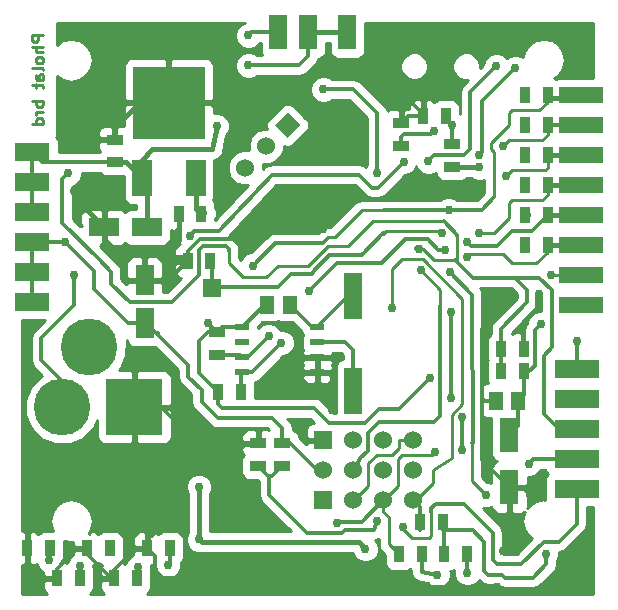
<source format=gbl>
G04 (created by PCBNEW (2013-mar-13)-testing) date nie, 20 paź 2013, 18:38:17*
%MOIN*%
G04 Gerber Fmt 3.4, Leading zero omitted, Abs format*
%FSLAX34Y34*%
G01*
G70*
G90*
G04 APERTURE LIST*
%ADD10C,0.005906*%
%ADD11C,0.009843*%
%ADD12R,0.118110X0.059055*%
%ADD13R,0.059055X0.118110*%
%ADD14R,0.059055X0.157480*%
%ADD15R,0.035000X0.055000*%
%ADD16C,0.060000*%
%ADD17R,0.150000X0.060000*%
%ADD18R,0.055000X0.035000*%
%ADD19R,0.065000X0.120000*%
%ADD20R,0.240000X0.240000*%
%ADD21R,0.060000X0.060000*%
%ADD22C,0.189000*%
%ADD23R,0.189000X0.189000*%
%ADD24R,0.102400X0.063000*%
%ADD25R,0.063000X0.102400*%
%ADD26R,0.051200X0.059000*%
%ADD27R,0.063000X0.118100*%
%ADD28R,0.045000X0.020000*%
%ADD29R,0.150000X0.055000*%
%ADD30C,0.030000*%
%ADD31C,0.012000*%
%ADD32C,0.015000*%
%ADD33C,0.010000*%
G04 APERTURE END LIST*
G54D10*
G54D11*
X1039Y-739D02*
X645Y-739D01*
X645Y-889D01*
X664Y-926D01*
X683Y-945D01*
X720Y-964D01*
X777Y-964D01*
X814Y-945D01*
X833Y-926D01*
X852Y-889D01*
X852Y-739D01*
X1039Y-1133D02*
X645Y-1133D01*
X1039Y-1301D02*
X833Y-1301D01*
X795Y-1283D01*
X777Y-1245D01*
X777Y-1189D01*
X795Y-1151D01*
X814Y-1133D01*
X1039Y-1545D02*
X1020Y-1508D01*
X1002Y-1489D01*
X964Y-1470D01*
X852Y-1470D01*
X814Y-1489D01*
X795Y-1508D01*
X777Y-1545D01*
X777Y-1601D01*
X795Y-1639D01*
X814Y-1658D01*
X852Y-1676D01*
X964Y-1676D01*
X1002Y-1658D01*
X1020Y-1639D01*
X1039Y-1601D01*
X1039Y-1545D01*
X1039Y-1901D02*
X1020Y-1864D01*
X983Y-1845D01*
X645Y-1845D01*
X1039Y-2220D02*
X833Y-2220D01*
X795Y-2201D01*
X777Y-2164D01*
X777Y-2089D01*
X795Y-2051D01*
X1020Y-2220D02*
X1039Y-2182D01*
X1039Y-2089D01*
X1020Y-2051D01*
X983Y-2032D01*
X945Y-2032D01*
X908Y-2051D01*
X889Y-2089D01*
X889Y-2182D01*
X870Y-2220D01*
X777Y-2351D02*
X777Y-2501D01*
X645Y-2407D02*
X983Y-2407D01*
X1020Y-2426D01*
X1039Y-2464D01*
X1039Y-2501D01*
X1039Y-2932D02*
X645Y-2932D01*
X795Y-2932D02*
X777Y-2970D01*
X777Y-3045D01*
X795Y-3082D01*
X814Y-3101D01*
X852Y-3120D01*
X964Y-3120D01*
X1002Y-3101D01*
X1020Y-3082D01*
X1039Y-3045D01*
X1039Y-2970D01*
X1020Y-2932D01*
X1039Y-3289D02*
X777Y-3289D01*
X852Y-3289D02*
X814Y-3307D01*
X795Y-3326D01*
X777Y-3364D01*
X777Y-3401D01*
X1039Y-3701D02*
X645Y-3701D01*
X1020Y-3701D02*
X1039Y-3664D01*
X1039Y-3589D01*
X1020Y-3551D01*
X1002Y-3532D01*
X964Y-3514D01*
X852Y-3514D01*
X814Y-3532D01*
X795Y-3551D01*
X777Y-3589D01*
X777Y-3664D01*
X795Y-3701D01*
G54D12*
X674Y-4645D03*
X674Y-5645D03*
X674Y-6645D03*
X674Y-7645D03*
X674Y-8645D03*
X674Y-9645D03*
G54D13*
X8874Y-645D03*
X9874Y-645D03*
X11174Y-645D03*
G54D14*
X11374Y-9445D03*
X11374Y-12595D03*
G54D15*
X4499Y-17845D03*
X5249Y-17845D03*
X3399Y-18845D03*
X4149Y-18845D03*
X2499Y-17845D03*
X3249Y-17845D03*
X1499Y-18845D03*
X2249Y-18845D03*
X499Y-17845D03*
X1249Y-17845D03*
G54D10*
G36*
X9181Y-3314D02*
X9605Y-3738D01*
X9181Y-4162D01*
X8756Y-3738D01*
X9181Y-3314D01*
X9181Y-3314D01*
G37*
G54D16*
X8474Y-4445D03*
X7766Y-5152D03*
G54D17*
X18811Y-15870D03*
X18811Y-14870D03*
X18811Y-13870D03*
X18811Y-12870D03*
X18811Y-11870D03*
G54D15*
X17049Y-11920D03*
X16299Y-11920D03*
X17849Y-6745D03*
X17099Y-6745D03*
X17849Y-5745D03*
X17099Y-5745D03*
X17849Y-4745D03*
X17099Y-4745D03*
X17849Y-3745D03*
X17099Y-3745D03*
X17849Y-2745D03*
X17099Y-2745D03*
X17849Y-7745D03*
X17099Y-7745D03*
G54D18*
X14674Y-5120D03*
X14674Y-4370D03*
G54D19*
X6124Y-5495D03*
G54D20*
X5224Y-2995D03*
G54D19*
X4324Y-5495D03*
G54D21*
X10374Y-14245D03*
G54D16*
X10374Y-15245D03*
X11374Y-14245D03*
X11374Y-15245D03*
X12374Y-14245D03*
X12374Y-15245D03*
X13374Y-14245D03*
X13374Y-15245D03*
G54D22*
X1674Y-13145D03*
G54D23*
X4074Y-13145D03*
G54D22*
X2574Y-11145D03*
G54D15*
X5549Y-6695D03*
X6299Y-6695D03*
G54D18*
X3424Y-4970D03*
X3424Y-4220D03*
G54D15*
X16299Y-11195D03*
X17049Y-11195D03*
X5849Y-8270D03*
X6599Y-8270D03*
G54D18*
X12974Y-3670D03*
X12974Y-4420D03*
G54D15*
X13699Y-3445D03*
X14449Y-3445D03*
G54D21*
X6649Y-9170D03*
X10374Y-16245D03*
G54D16*
X11374Y-16245D03*
X12374Y-16245D03*
X13374Y-16245D03*
G54D24*
X4483Y-7145D03*
X3065Y-7145D03*
G54D25*
X4411Y-10329D03*
X4411Y-8911D03*
G54D26*
X9249Y-9720D03*
X8499Y-9720D03*
X16874Y-12920D03*
X16124Y-12920D03*
G54D27*
X16574Y-14079D03*
X16574Y-15811D03*
G54D18*
X8199Y-14345D03*
X8199Y-15095D03*
X6824Y-10645D03*
X6824Y-11395D03*
G54D15*
X6874Y-12645D03*
X7624Y-12645D03*
X13599Y-16970D03*
X14349Y-16970D03*
X12899Y-18045D03*
X13649Y-18045D03*
G54D18*
X8999Y-15095D03*
X8999Y-14345D03*
G54D15*
X14399Y-18045D03*
X15149Y-18045D03*
G54D28*
X7674Y-10470D03*
X7674Y-10970D03*
X7674Y-11470D03*
X7674Y-11970D03*
X10174Y-11970D03*
X10174Y-11470D03*
X10174Y-10970D03*
X10174Y-10470D03*
G54D29*
X18974Y-9745D03*
X18974Y-8745D03*
X18974Y-7745D03*
X18974Y-6745D03*
X18974Y-5745D03*
X18974Y-4745D03*
X18974Y-3745D03*
X18974Y-2745D03*
G54D30*
X11774Y-17870D03*
X6224Y-15795D03*
X6224Y-17545D03*
X1774Y-7645D03*
X7874Y-745D03*
X15174Y-18670D03*
X7874Y-1745D03*
X6814Y-3765D03*
X14324Y-7345D03*
X13624Y-8570D03*
X15174Y-8145D03*
X15174Y-7645D03*
X15574Y-7345D03*
X16474Y-5445D03*
X9899Y-9270D03*
X8974Y-10995D03*
X14424Y-7895D03*
X16374Y-4445D03*
X8024Y-8420D03*
X8549Y-10770D03*
X14549Y-6570D03*
X16141Y-1778D03*
X13874Y-4945D03*
X15574Y-5145D03*
X15799Y-16070D03*
X14599Y-8620D03*
X15574Y-4745D03*
X16774Y-1845D03*
X13024Y-17120D03*
X18811Y-10920D03*
X5924Y-7420D03*
X13049Y-4970D03*
X1874Y-5345D03*
X13574Y-7870D03*
X17211Y-15020D03*
X10824Y-16995D03*
X14624Y-12845D03*
X14624Y-9970D03*
X14099Y-14645D03*
X12674Y-9820D03*
X10661Y-13220D03*
X17261Y-16070D03*
X5799Y-8345D03*
X10349Y-7195D03*
X8199Y-14345D03*
X17561Y-9370D03*
X8224Y-18897D03*
X16374Y-17945D03*
X13174Y-19145D03*
X16149Y-19120D03*
X16674Y-9345D03*
X2074Y-5945D03*
X4474Y-3445D03*
X13274Y-2945D03*
X17074Y-3845D03*
X17074Y-2845D03*
X17074Y-7745D03*
X5199Y-18395D03*
X17074Y-4845D03*
X17174Y-6745D03*
X17074Y-5745D03*
X18811Y-9670D03*
X17974Y-8745D03*
X17799Y-18020D03*
X14674Y-3745D03*
X14074Y-3945D03*
X4199Y-18470D03*
X1224Y-18220D03*
X2249Y-18445D03*
X3224Y-17846D03*
X12174Y-16920D03*
X14174Y-18720D03*
X6374Y-6670D03*
X2074Y-8720D03*
X17611Y-10370D03*
X6524Y-10345D03*
X13924Y-12170D03*
X14999Y-14570D03*
X14999Y-13470D03*
X16574Y-14079D03*
X12174Y-5345D03*
X10374Y-2545D03*
G54D31*
X4411Y-10329D02*
X4473Y-10329D01*
X4473Y-10329D02*
X4842Y-10698D01*
X2742Y-8614D02*
X2742Y-9201D01*
X3870Y-10329D02*
X4411Y-10329D01*
X2742Y-9201D02*
X3870Y-10329D01*
X4842Y-10714D02*
X4842Y-10698D01*
X8999Y-13845D02*
X8649Y-13495D01*
X8649Y-13495D02*
X6849Y-13495D01*
X6849Y-13495D02*
X6324Y-12970D01*
X6324Y-12970D02*
X6324Y-12570D01*
X6324Y-12570D02*
X5874Y-12120D01*
X5874Y-12120D02*
X5874Y-12095D01*
X8999Y-14345D02*
X8999Y-13845D01*
X5874Y-11745D02*
X4842Y-10714D01*
X5874Y-12095D02*
X5874Y-11745D01*
X4842Y-10698D02*
X4861Y-10679D01*
X2742Y-8614D02*
X2474Y-8345D01*
X2474Y-8345D02*
X1774Y-7645D01*
X674Y-7645D02*
X674Y-8645D01*
X674Y-8645D02*
X674Y-9645D01*
X8999Y-14345D02*
X9274Y-14345D01*
X10174Y-15245D02*
X10374Y-15245D01*
X9274Y-14345D02*
X10174Y-15245D01*
G54D32*
X6224Y-17545D02*
X6324Y-17645D01*
X11549Y-17645D02*
X6324Y-17645D01*
X11549Y-17645D02*
X11774Y-17870D01*
X6224Y-15795D02*
X6224Y-17545D01*
G54D31*
X1774Y-7645D02*
X674Y-7645D01*
X7974Y-645D02*
X8874Y-645D01*
X7874Y-745D02*
X7974Y-645D01*
X15149Y-18045D02*
X15149Y-18645D01*
X15149Y-18645D02*
X15174Y-18670D01*
X674Y-4645D02*
X674Y-5645D01*
X674Y-5645D02*
X674Y-6645D01*
X3424Y-4970D02*
X999Y-4970D01*
X999Y-4970D02*
X674Y-4645D01*
X9874Y-1445D02*
X9874Y-645D01*
X9574Y-1745D02*
X9874Y-1445D01*
X7874Y-1745D02*
X9574Y-1745D01*
G54D32*
X4483Y-7145D02*
X4483Y-5654D01*
X4483Y-5654D02*
X4324Y-5495D01*
X3424Y-4970D02*
X3799Y-4970D01*
X3799Y-4970D02*
X4324Y-5495D01*
X4324Y-4895D02*
X4324Y-5495D01*
X4674Y-4545D02*
X4324Y-4895D01*
X5774Y-4545D02*
X4674Y-4545D01*
X6814Y-3765D02*
X6674Y-4545D01*
X6674Y-4545D02*
X5774Y-4545D01*
X11174Y-645D02*
X9874Y-645D01*
G54D31*
X10711Y-8070D02*
X10574Y-8070D01*
X10574Y-8070D02*
X9949Y-8695D01*
X9949Y-8695D02*
X9299Y-8695D01*
G54D33*
X10724Y-8070D02*
X10711Y-8070D01*
X9949Y-8695D02*
X9299Y-8695D01*
X10574Y-8070D02*
X9949Y-8695D01*
X14324Y-7345D02*
X14299Y-7345D01*
X12374Y-7370D02*
X12374Y-7345D01*
X12474Y-7270D02*
X12374Y-7370D01*
X14224Y-7270D02*
X12474Y-7270D01*
X14299Y-7345D02*
X14224Y-7270D01*
G54D31*
X12374Y-7345D02*
X11649Y-8070D01*
X6649Y-9170D02*
X6649Y-8170D01*
X6649Y-8170D02*
X6624Y-8145D01*
X7374Y-9145D02*
X6674Y-9145D01*
X6674Y-9145D02*
X6649Y-9170D01*
X11649Y-8070D02*
X10724Y-8070D01*
X8849Y-9145D02*
X7374Y-9145D01*
X7374Y-9145D02*
X7399Y-9145D01*
X9299Y-8695D02*
X8849Y-9145D01*
X11649Y-8070D02*
X11674Y-8045D01*
G54D33*
X14274Y-9770D02*
X14274Y-9220D01*
X14274Y-9220D02*
X13624Y-8570D01*
G54D31*
X11374Y-15245D02*
X11424Y-15245D01*
X14274Y-13445D02*
X14274Y-9770D01*
X14074Y-13645D02*
X14274Y-13445D01*
X12224Y-13620D02*
X14074Y-13645D01*
X11849Y-13995D02*
X12224Y-13620D01*
X11849Y-14595D02*
X11849Y-13995D01*
X11424Y-15245D02*
X11599Y-14845D01*
X11599Y-14845D02*
X11849Y-14595D01*
G54D33*
X17849Y-7970D02*
X17849Y-7745D01*
X17474Y-8345D02*
X17849Y-7970D01*
X16674Y-8345D02*
X17474Y-8345D01*
X16374Y-8045D02*
X16674Y-8345D01*
X15274Y-8045D02*
X16374Y-8045D01*
X15174Y-8145D02*
X15274Y-8045D01*
G54D32*
X18974Y-7745D02*
X17849Y-7745D01*
G54D31*
X16661Y-7258D02*
X17336Y-7258D01*
X17336Y-7258D02*
X17849Y-6745D01*
X15661Y-7758D02*
X16161Y-7758D01*
X16161Y-7758D02*
X16661Y-7258D01*
X15661Y-7758D02*
X15286Y-7758D01*
X15286Y-7758D02*
X15174Y-7645D01*
G54D32*
X18974Y-6745D02*
X17849Y-6745D01*
G54D33*
X17849Y-6070D02*
X17849Y-5745D01*
X17674Y-6245D02*
X17849Y-6070D01*
X16674Y-6245D02*
X17674Y-6245D01*
X16574Y-6345D02*
X16674Y-6245D01*
X16574Y-6845D02*
X16574Y-6345D01*
X16074Y-7345D02*
X16574Y-6845D01*
X15574Y-7345D02*
X16074Y-7345D01*
G54D32*
X18974Y-5745D02*
X17849Y-5745D01*
G54D33*
X17849Y-5170D02*
X17849Y-4745D01*
X17774Y-5245D02*
X17849Y-5170D01*
X16674Y-5245D02*
X17774Y-5245D01*
X16474Y-5445D02*
X16674Y-5245D01*
G54D32*
X18974Y-4745D02*
X17949Y-4745D01*
X17949Y-4745D02*
X17849Y-4845D01*
G54D31*
X13099Y-7545D02*
X13849Y-7545D01*
X13849Y-7545D02*
X14199Y-7895D01*
X14199Y-7895D02*
X14424Y-7895D01*
X10824Y-8345D02*
X12299Y-8345D01*
X12299Y-8345D02*
X13099Y-7545D01*
G54D33*
X14399Y-7895D02*
X14199Y-7895D01*
X13099Y-7545D02*
X12299Y-8345D01*
X14199Y-7895D02*
X13849Y-7545D01*
X14424Y-7895D02*
X14399Y-7895D01*
G54D31*
X18974Y-3745D02*
X17849Y-3745D01*
X7999Y-11970D02*
X8974Y-10995D01*
X7674Y-11970D02*
X7999Y-11970D01*
X9899Y-9270D02*
X10824Y-8345D01*
X7624Y-12645D02*
X7624Y-12020D01*
X7624Y-12020D02*
X7674Y-11970D01*
G54D33*
X16374Y-4445D02*
X16574Y-4245D01*
X16574Y-4245D02*
X17674Y-4245D01*
X17674Y-4245D02*
X17849Y-4070D01*
X17849Y-4070D02*
X17849Y-3745D01*
G54D31*
X9111Y-7670D02*
X8774Y-7670D01*
X8774Y-7670D02*
X8024Y-8420D01*
X14549Y-6570D02*
X15649Y-6570D01*
X15649Y-6570D02*
X16074Y-6145D01*
G54D33*
X9124Y-7670D02*
X9111Y-7670D01*
X8774Y-7670D02*
X8024Y-8420D01*
X10749Y-7470D02*
X10524Y-7470D01*
X10524Y-7470D02*
X10324Y-7670D01*
X12399Y-6570D02*
X11649Y-6570D01*
X11649Y-6570D02*
X10749Y-7470D01*
G54D31*
X7674Y-11470D02*
X7849Y-11470D01*
X7849Y-11470D02*
X8549Y-10770D01*
X9124Y-7670D02*
X10324Y-7670D01*
X13424Y-6570D02*
X14549Y-6570D01*
X12399Y-6570D02*
X13424Y-6570D01*
X14549Y-6570D02*
X14549Y-6570D01*
X6824Y-11395D02*
X7599Y-11395D01*
X7599Y-11395D02*
X7674Y-11470D01*
G54D33*
X16574Y-3745D02*
X16574Y-3345D01*
X16074Y-6145D02*
X16074Y-4645D01*
X16074Y-4645D02*
X15974Y-4545D01*
X15974Y-4545D02*
X15974Y-4345D01*
X15974Y-4345D02*
X16574Y-3745D01*
X17849Y-2970D02*
X17849Y-2745D01*
X17574Y-3245D02*
X17849Y-2970D01*
X16674Y-3245D02*
X17574Y-3245D01*
X16574Y-3345D02*
X16674Y-3245D01*
G54D32*
X17849Y-2845D02*
X18874Y-2845D01*
X18874Y-2845D02*
X18974Y-2745D01*
G54D31*
X14074Y-4745D02*
X13874Y-4945D01*
X15074Y-4745D02*
X14074Y-4745D01*
X15274Y-4545D02*
X15074Y-4745D01*
X15274Y-2645D02*
X15274Y-4545D01*
X16141Y-1778D02*
X15274Y-2645D01*
G54D32*
X14674Y-5120D02*
X15549Y-5120D01*
X15549Y-5120D02*
X15574Y-5145D01*
G54D33*
X15324Y-15595D02*
X15324Y-14345D01*
X15799Y-16070D02*
X15324Y-15595D01*
G54D31*
X14599Y-8620D02*
X15324Y-9395D01*
X15324Y-9395D02*
X15349Y-14320D01*
X15349Y-14320D02*
X15324Y-14345D01*
X15674Y-4645D02*
X15574Y-4745D01*
X15674Y-2945D02*
X15674Y-4645D01*
X16774Y-1845D02*
X15674Y-2945D01*
X13974Y-16620D02*
X13974Y-16507D01*
X18811Y-17020D02*
X18811Y-15870D01*
X18211Y-17620D02*
X18811Y-17020D01*
X17711Y-17620D02*
X18211Y-17620D01*
X16961Y-18370D02*
X17711Y-17620D01*
X16161Y-18370D02*
X16961Y-18370D01*
X16011Y-18220D02*
X16161Y-18370D01*
X16011Y-17320D02*
X16011Y-18220D01*
X15061Y-16370D02*
X16011Y-17320D01*
X14111Y-16370D02*
X15061Y-16370D01*
X13974Y-16507D02*
X14111Y-16370D01*
G54D33*
X13024Y-17195D02*
X13024Y-17120D01*
X11374Y-16245D02*
X11399Y-16245D01*
X12899Y-14495D02*
X12899Y-14245D01*
X12899Y-14245D02*
X13374Y-14245D01*
X12149Y-14720D02*
X12674Y-14720D01*
X12674Y-14720D02*
X12899Y-14495D01*
X11874Y-14995D02*
X12149Y-14720D01*
X11874Y-15770D02*
X11874Y-14995D01*
X11399Y-16245D02*
X11874Y-15770D01*
X13124Y-17285D02*
X13024Y-17195D01*
X13334Y-17495D02*
X13124Y-17285D01*
X13899Y-17495D02*
X13334Y-17495D01*
X13974Y-17220D02*
X13974Y-17420D01*
X13974Y-16620D02*
X13974Y-17220D01*
X13974Y-17420D02*
X13899Y-17495D01*
G54D31*
X18811Y-11870D02*
X18811Y-10920D01*
X6274Y-7270D02*
X6574Y-7270D01*
X5924Y-7420D02*
X6074Y-7270D01*
X6074Y-7270D02*
X6274Y-7270D01*
X6574Y-7270D02*
X6699Y-7270D01*
X6899Y-7270D02*
X8649Y-5395D01*
X6699Y-7270D02*
X6899Y-7270D01*
X8649Y-5395D02*
X11574Y-5395D01*
X11574Y-5395D02*
X11999Y-5820D01*
X11999Y-5820D02*
X12199Y-5820D01*
X12199Y-5820D02*
X13049Y-4970D01*
X2911Y-8245D02*
X3286Y-8620D01*
X6224Y-8732D02*
X6224Y-8595D01*
X5311Y-9645D02*
X6224Y-8732D01*
X3911Y-9645D02*
X5311Y-9645D01*
X3286Y-9020D02*
X3911Y-9645D01*
X3286Y-8620D02*
X3286Y-9020D01*
X2911Y-8245D02*
X2911Y-8245D01*
X2911Y-8245D02*
X2923Y-8245D01*
X14824Y-7445D02*
X14824Y-7383D01*
X14824Y-7383D02*
X14386Y-6945D01*
X17986Y-11145D02*
X17986Y-9245D01*
X17561Y-8820D02*
X16774Y-8820D01*
X17986Y-9245D02*
X17561Y-8820D01*
X17711Y-12220D02*
X17711Y-11420D01*
X18211Y-13870D02*
X17711Y-13370D01*
X17711Y-13370D02*
X17711Y-12220D01*
X18811Y-13870D02*
X18211Y-13870D01*
X17711Y-11420D02*
X17986Y-11145D01*
X1674Y-5545D02*
X1874Y-5345D01*
X1674Y-6995D02*
X1674Y-5545D01*
X2923Y-8245D02*
X1674Y-6995D01*
X7224Y-7945D02*
X7224Y-7865D01*
X6224Y-7906D02*
X6224Y-8595D01*
X6365Y-7765D02*
X6224Y-7906D01*
X7124Y-7765D02*
X6365Y-7765D01*
X7224Y-7865D02*
X7124Y-7765D01*
G54D33*
X8949Y-8420D02*
X8849Y-8420D01*
X10524Y-7770D02*
X9874Y-8420D01*
X9874Y-8420D02*
X8949Y-8420D01*
X12574Y-6945D02*
X12024Y-6945D01*
X14824Y-8295D02*
X14824Y-7445D01*
X14386Y-6945D02*
X12574Y-6945D01*
X11199Y-7770D02*
X11174Y-7770D01*
X12024Y-6945D02*
X11199Y-7770D01*
X11174Y-7770D02*
X10524Y-7770D01*
X7224Y-8320D02*
X7224Y-7945D01*
X7224Y-7945D02*
X7224Y-7870D01*
X7699Y-8795D02*
X7224Y-8320D01*
X8474Y-8795D02*
X7699Y-8795D01*
X8849Y-8420D02*
X8474Y-8795D01*
X14249Y-8220D02*
X14049Y-8220D01*
X13699Y-7870D02*
X13574Y-7870D01*
X14049Y-8220D02*
X13699Y-7870D01*
X14749Y-8220D02*
X14249Y-8220D01*
X13483Y-7850D02*
X13553Y-7850D01*
X13553Y-7850D02*
X13574Y-7870D01*
G54D31*
X16299Y-11195D02*
X16299Y-10520D01*
X17174Y-9220D02*
X16774Y-8820D01*
X17174Y-9645D02*
X17174Y-9220D01*
X16299Y-10520D02*
X17174Y-9645D01*
X16774Y-8820D02*
X15349Y-8820D01*
X15349Y-8820D02*
X14824Y-8295D01*
X14749Y-8220D02*
X14749Y-8220D01*
X14824Y-8295D02*
X14749Y-8220D01*
X13483Y-7850D02*
X13474Y-7845D01*
X16299Y-11920D02*
X16299Y-11195D01*
X13474Y-7845D02*
X13474Y-7870D01*
X18811Y-14870D02*
X17361Y-14870D01*
X17361Y-14870D02*
X17211Y-15020D01*
G54D33*
X12874Y-14970D02*
X12874Y-14870D01*
X12999Y-14745D02*
X13424Y-14745D01*
X13424Y-14745D02*
X13449Y-14745D01*
X12874Y-14870D02*
X12999Y-14745D01*
X12374Y-16245D02*
X12399Y-16245D01*
X12874Y-15770D02*
X12874Y-14970D01*
X12874Y-14970D02*
X12874Y-14995D01*
X12399Y-16245D02*
X12874Y-15770D01*
G54D31*
X10824Y-16995D02*
X10849Y-16970D01*
X10849Y-16970D02*
X11649Y-16970D01*
X11649Y-16970D02*
X12374Y-16245D01*
G54D33*
X12374Y-16245D02*
X12374Y-16620D01*
X12549Y-17695D02*
X12899Y-18045D01*
X12549Y-16795D02*
X12549Y-17695D01*
X12374Y-16620D02*
X12549Y-16795D01*
G54D31*
X14624Y-12845D02*
X14624Y-9970D01*
G54D33*
X13424Y-14745D02*
X13999Y-14745D01*
X13999Y-14745D02*
X14099Y-14645D01*
X13686Y-8208D02*
X12986Y-8208D01*
X12986Y-8208D02*
X12924Y-8270D01*
X14999Y-9570D02*
X14999Y-9520D01*
X12924Y-8270D02*
X12674Y-8520D01*
X12674Y-9820D02*
X12674Y-8895D01*
X12674Y-8520D02*
X12674Y-8895D01*
X14999Y-9520D02*
X13686Y-8208D01*
X12699Y-9870D02*
X12699Y-9845D01*
X12699Y-9845D02*
X12674Y-9820D01*
X12699Y-9870D02*
X12699Y-9870D01*
X14999Y-13045D02*
X14999Y-9570D01*
X14649Y-13395D02*
X14999Y-13045D01*
X14649Y-13495D02*
X14649Y-13395D01*
X14649Y-14370D02*
X14649Y-13495D01*
X14024Y-15670D02*
X14024Y-15245D01*
X14024Y-15245D02*
X14224Y-15095D01*
X14224Y-15095D02*
X14649Y-14820D01*
X14649Y-14820D02*
X14649Y-14370D01*
X13449Y-16245D02*
X14024Y-15670D01*
X13374Y-16245D02*
X13449Y-16245D01*
G54D31*
X13599Y-17245D02*
X13599Y-16470D01*
X13599Y-16470D02*
X13374Y-16245D01*
X4411Y-8911D02*
X4411Y-7945D01*
X4411Y-7945D02*
X4411Y-7970D01*
X4411Y-7970D02*
X4411Y-7945D01*
X4411Y-8911D02*
X5208Y-8911D01*
X5208Y-8911D02*
X5849Y-8270D01*
X10174Y-11970D02*
X10511Y-11970D01*
X10661Y-12120D02*
X10661Y-13220D01*
X10511Y-11970D02*
X10661Y-12120D01*
X17049Y-11195D02*
X17049Y-10270D01*
X17049Y-10270D02*
X17499Y-9820D01*
X16574Y-15811D02*
X17002Y-15811D01*
X17002Y-15811D02*
X17261Y-16070D01*
X5874Y-8270D02*
X5874Y-8145D01*
X5799Y-8345D02*
X5874Y-8270D01*
X4074Y-13145D02*
X4974Y-13145D01*
X6174Y-14345D02*
X8199Y-14345D01*
X4974Y-13145D02*
X6174Y-14345D01*
X5874Y-8145D02*
X5874Y-7945D01*
X5874Y-7945D02*
X6274Y-7545D01*
X6274Y-7545D02*
X8349Y-7545D01*
X8349Y-7545D02*
X8699Y-7195D01*
X8699Y-7195D02*
X10349Y-7195D01*
X5874Y-8145D02*
X5374Y-8145D01*
X5374Y-8145D02*
X5174Y-7945D01*
X8199Y-14345D02*
X7824Y-14345D01*
X4499Y-17570D02*
X4499Y-17845D01*
X5249Y-16820D02*
X4499Y-17570D01*
X5249Y-16145D02*
X5249Y-16820D01*
X6024Y-15370D02*
X5249Y-16145D01*
X6799Y-15370D02*
X6024Y-15370D01*
X7824Y-14345D02*
X6799Y-15370D01*
X17499Y-9820D02*
X17486Y-9445D01*
X17486Y-9445D02*
X17561Y-9370D01*
X10299Y-19145D02*
X8472Y-19145D01*
X8472Y-19145D02*
X8224Y-18897D01*
X8224Y-18897D02*
X8147Y-18820D01*
X8147Y-18820D02*
X4974Y-18820D01*
X4974Y-18820D02*
X4749Y-18595D01*
X4749Y-18595D02*
X4749Y-18095D01*
X4749Y-18095D02*
X4499Y-17845D01*
X12524Y-19145D02*
X13174Y-19145D01*
X12524Y-19145D02*
X10299Y-19145D01*
X10299Y-19145D02*
X10274Y-19145D01*
X10174Y-11470D02*
X10174Y-11795D01*
X10174Y-11795D02*
X10174Y-11970D01*
X16574Y-17745D02*
X16574Y-15811D01*
X16374Y-17945D02*
X16574Y-17745D01*
X499Y-17845D02*
X499Y-18345D01*
X999Y-18845D02*
X1499Y-18845D01*
X499Y-18345D02*
X999Y-18845D01*
X1499Y-18845D02*
X1499Y-18520D01*
X2174Y-17845D02*
X2499Y-17845D01*
X1499Y-18520D02*
X2174Y-17845D01*
X2499Y-17845D02*
X2499Y-18045D01*
X3299Y-18845D02*
X3399Y-18845D01*
X2499Y-18045D02*
X3299Y-18845D01*
X3399Y-18845D02*
X3399Y-18570D01*
X3399Y-18570D02*
X4124Y-17845D01*
X4124Y-17845D02*
X4499Y-17845D01*
X13174Y-19145D02*
X13199Y-19120D01*
X13199Y-19120D02*
X16149Y-19120D01*
X16124Y-12920D02*
X15774Y-12920D01*
X15774Y-12920D02*
X15674Y-12820D01*
X16674Y-9345D02*
X16674Y-9545D01*
X15674Y-14911D02*
X16574Y-15811D01*
X15674Y-12820D02*
X15674Y-14911D01*
X15674Y-10545D02*
X15674Y-12820D01*
X16674Y-9545D02*
X15674Y-10545D01*
G54D32*
X3065Y-7145D02*
X3065Y-7136D01*
X2074Y-6145D02*
X2074Y-5945D01*
X3065Y-7136D02*
X2074Y-6145D01*
X5549Y-6695D02*
X5549Y-7570D01*
X3065Y-7536D02*
X3065Y-7145D01*
X4411Y-7945D02*
X3474Y-7945D01*
X3474Y-7945D02*
X3065Y-7536D01*
X5174Y-7945D02*
X4411Y-7945D01*
X5549Y-7570D02*
X5174Y-7945D01*
X3424Y-4220D02*
X3424Y-3795D01*
X4224Y-2995D02*
X5224Y-2995D01*
X3424Y-3795D02*
X4224Y-2995D01*
X4924Y-2995D02*
X5224Y-2995D01*
X4474Y-3445D02*
X4924Y-2995D01*
G54D31*
X13699Y-3445D02*
X13199Y-3445D01*
X13199Y-3445D02*
X12974Y-3670D01*
X13699Y-3370D02*
X13699Y-3445D01*
X13274Y-2945D02*
X13699Y-3370D01*
G54D32*
X17074Y-3845D02*
X17099Y-3845D01*
X17074Y-2845D02*
X17099Y-2845D01*
G54D31*
X10174Y-10470D02*
X9999Y-10470D01*
X9999Y-10470D02*
X9249Y-9720D01*
X11374Y-9445D02*
X11198Y-9445D01*
X11198Y-9445D02*
X10174Y-10470D01*
G54D32*
X17074Y-7745D02*
X17099Y-7745D01*
G54D31*
X11374Y-12595D02*
X11374Y-11245D01*
X11099Y-10970D02*
X10174Y-10970D01*
X11374Y-11245D02*
X11099Y-10970D01*
X5249Y-17845D02*
X5249Y-18345D01*
X5249Y-18345D02*
X5199Y-18395D01*
G54D32*
X17074Y-4845D02*
X17099Y-4845D01*
X17174Y-6745D02*
X17099Y-6745D01*
X17074Y-5745D02*
X17099Y-5745D01*
G54D31*
X18974Y-9745D02*
X18911Y-9770D01*
X18911Y-9770D02*
X18811Y-9670D01*
G54D33*
X18974Y-8745D02*
X17974Y-8745D01*
G54D31*
X16511Y-18820D02*
X16411Y-18820D01*
X15724Y-18583D02*
X15724Y-18170D01*
X15861Y-18720D02*
X15724Y-18583D01*
X16311Y-18720D02*
X15861Y-18720D01*
X16411Y-18820D02*
X16311Y-18720D01*
X17799Y-18382D02*
X17799Y-18020D01*
X17361Y-18820D02*
X17799Y-18382D01*
X16511Y-18820D02*
X17361Y-18820D01*
X15349Y-17245D02*
X14349Y-17245D01*
X15724Y-17620D02*
X15349Y-17245D01*
X15724Y-18170D02*
X15724Y-17620D01*
X14399Y-18045D02*
X14399Y-17295D01*
X14399Y-17295D02*
X14349Y-17245D01*
X14674Y-4370D02*
X14674Y-3745D01*
G54D33*
X14449Y-3445D02*
X14449Y-3520D01*
X14449Y-3520D02*
X14674Y-3745D01*
G54D31*
X12974Y-4145D02*
X12974Y-4420D01*
X13074Y-4045D02*
X12974Y-4145D01*
X13974Y-4045D02*
X13074Y-4045D01*
X14074Y-3945D02*
X13974Y-4045D01*
X4149Y-18845D02*
X4149Y-18520D01*
X4149Y-18520D02*
X4199Y-18470D01*
X1249Y-17845D02*
X1249Y-18195D01*
X1249Y-18195D02*
X1224Y-18220D01*
X2249Y-18845D02*
X2249Y-18445D01*
X3224Y-17845D02*
X3249Y-17845D01*
X3224Y-17846D02*
X3224Y-17845D01*
X8574Y-15420D02*
X8524Y-15420D01*
X8524Y-15420D02*
X8199Y-15095D01*
X8574Y-15420D02*
X8674Y-15420D01*
X12174Y-16920D02*
X12049Y-17220D01*
X12049Y-17220D02*
X11099Y-17220D01*
X11099Y-17220D02*
X10999Y-17320D01*
X10999Y-17320D02*
X10574Y-17320D01*
X10574Y-17320D02*
X9824Y-17320D01*
X9824Y-17320D02*
X8574Y-16070D01*
X8574Y-16070D02*
X8574Y-15420D01*
X8674Y-15420D02*
X8999Y-15095D01*
X13649Y-18620D02*
X13649Y-18045D01*
X14174Y-18720D02*
X13649Y-18620D01*
X1674Y-13145D02*
X1674Y-12270D01*
X6349Y-6695D02*
X6299Y-6695D01*
X6374Y-6670D02*
X6349Y-6695D01*
X2074Y-9745D02*
X2074Y-8720D01*
X974Y-10845D02*
X2074Y-9745D01*
X974Y-11570D02*
X974Y-10845D01*
X1674Y-12270D02*
X974Y-11570D01*
G54D32*
X6124Y-5495D02*
X6124Y-6520D01*
X6124Y-6520D02*
X6299Y-6695D01*
G54D31*
X17049Y-11920D02*
X17241Y-11920D01*
X17241Y-11920D02*
X17411Y-11750D01*
X17411Y-11750D02*
X17411Y-10570D01*
X17411Y-10570D02*
X17611Y-10370D01*
X6824Y-10645D02*
X6524Y-10345D01*
X9624Y-13170D02*
X6999Y-13170D01*
X6874Y-13045D02*
X6874Y-12645D01*
X6999Y-13170D02*
X6874Y-13045D01*
X9649Y-13170D02*
X9624Y-13170D01*
X9624Y-13170D02*
X10074Y-13170D01*
X10574Y-13670D02*
X10074Y-13170D01*
X11749Y-13670D02*
X10574Y-13670D01*
X12224Y-13195D02*
X11749Y-13670D01*
X12899Y-13195D02*
X12224Y-13195D01*
X12899Y-13195D02*
X13924Y-12170D01*
X14999Y-14570D02*
X14999Y-14045D01*
X14999Y-13470D02*
X14999Y-14045D01*
X17049Y-11920D02*
X17049Y-12745D01*
X17049Y-12745D02*
X16874Y-12920D01*
X6824Y-10645D02*
X6524Y-10645D01*
X6524Y-10645D02*
X6224Y-10945D01*
X6224Y-10945D02*
X6224Y-11995D01*
X6224Y-11995D02*
X6874Y-12645D01*
X7674Y-10470D02*
X6999Y-10470D01*
X6999Y-10470D02*
X6824Y-10645D01*
X8499Y-9720D02*
X8424Y-9720D01*
X8424Y-9720D02*
X7674Y-10470D01*
X16874Y-12920D02*
X16874Y-13779D01*
X16874Y-13779D02*
X16574Y-14079D01*
X12174Y-5345D02*
X12174Y-3345D01*
X12174Y-3345D02*
X11374Y-2545D01*
X11374Y-2545D02*
X10374Y-2545D01*
G54D10*
G36*
X2556Y-17895D02*
X2549Y-17895D01*
X2549Y-17903D01*
X2449Y-17903D01*
X2449Y-17895D01*
X2106Y-17895D01*
X2034Y-17968D01*
X2034Y-18058D01*
X2000Y-18072D01*
X1876Y-18196D01*
X1825Y-18319D01*
X1731Y-18280D01*
X1671Y-18280D01*
X1714Y-18178D01*
X1714Y-18062D01*
X1714Y-17591D01*
X1968Y-17642D01*
X2034Y-17629D01*
X2034Y-17723D01*
X2106Y-17795D01*
X2449Y-17795D01*
X2449Y-17787D01*
X2549Y-17787D01*
X2549Y-17795D01*
X2556Y-17795D01*
X2556Y-17895D01*
X2556Y-17895D01*
G37*
G54D33*
X2556Y-17895D02*
X2549Y-17895D01*
X2549Y-17903D01*
X2449Y-17903D01*
X2449Y-17895D01*
X2106Y-17895D01*
X2034Y-17968D01*
X2034Y-18058D01*
X2000Y-18072D01*
X1876Y-18196D01*
X1825Y-18319D01*
X1731Y-18280D01*
X1671Y-18280D01*
X1714Y-18178D01*
X1714Y-18062D01*
X1714Y-17591D01*
X1968Y-17642D01*
X2034Y-17629D01*
X2034Y-17723D01*
X2106Y-17795D01*
X2449Y-17795D01*
X2449Y-17787D01*
X2549Y-17787D01*
X2549Y-17795D01*
X2556Y-17795D01*
X2556Y-17895D01*
G54D10*
G36*
X3456Y-18895D02*
X3449Y-18895D01*
X3449Y-18903D01*
X3349Y-18903D01*
X3349Y-18895D01*
X3006Y-18895D01*
X2934Y-18968D01*
X2934Y-19062D01*
X2934Y-19178D01*
X2978Y-19284D01*
X3058Y-19365D01*
X2589Y-19365D01*
X2669Y-19284D01*
X2714Y-19178D01*
X2714Y-19062D01*
X2714Y-18512D01*
X2689Y-18452D01*
X2689Y-18410D01*
X2731Y-18410D01*
X2838Y-18366D01*
X2874Y-18330D01*
X2909Y-18366D01*
X2986Y-18398D01*
X2978Y-18406D01*
X2934Y-18512D01*
X2934Y-18628D01*
X2934Y-18723D01*
X3006Y-18795D01*
X3349Y-18795D01*
X3349Y-18787D01*
X3449Y-18787D01*
X3449Y-18795D01*
X3456Y-18795D01*
X3456Y-18895D01*
X3456Y-18895D01*
G37*
G54D33*
X3456Y-18895D02*
X3449Y-18895D01*
X3449Y-18903D01*
X3349Y-18903D01*
X3349Y-18895D01*
X3006Y-18895D01*
X2934Y-18968D01*
X2934Y-19062D01*
X2934Y-19178D01*
X2978Y-19284D01*
X3058Y-19365D01*
X2589Y-19365D01*
X2669Y-19284D01*
X2714Y-19178D01*
X2714Y-19062D01*
X2714Y-18512D01*
X2689Y-18452D01*
X2689Y-18410D01*
X2731Y-18410D01*
X2838Y-18366D01*
X2874Y-18330D01*
X2909Y-18366D01*
X2986Y-18398D01*
X2978Y-18406D01*
X2934Y-18512D01*
X2934Y-18628D01*
X2934Y-18723D01*
X3006Y-18795D01*
X3349Y-18795D01*
X3349Y-18787D01*
X3449Y-18787D01*
X3449Y-18795D01*
X3456Y-18795D01*
X3456Y-18895D01*
G54D10*
G36*
X5606Y-6745D02*
X5599Y-6745D01*
X5599Y-6753D01*
X5499Y-6753D01*
X5499Y-6745D01*
X5491Y-6745D01*
X5491Y-6645D01*
X5499Y-6645D01*
X5499Y-6637D01*
X5599Y-6637D01*
X5599Y-6645D01*
X5606Y-6645D01*
X5606Y-6745D01*
X5606Y-6745D01*
G37*
G54D33*
X5606Y-6745D02*
X5599Y-6745D01*
X5599Y-6753D01*
X5499Y-6753D01*
X5499Y-6745D01*
X5491Y-6745D01*
X5491Y-6645D01*
X5499Y-6645D01*
X5499Y-6637D01*
X5599Y-6637D01*
X5599Y-6645D01*
X5606Y-6645D01*
X5606Y-6745D01*
G54D10*
G36*
X5874Y-8328D02*
X5799Y-8328D01*
X5799Y-8320D01*
X5456Y-8320D01*
X5384Y-8393D01*
X5384Y-8487D01*
X5384Y-8603D01*
X5428Y-8709D01*
X5509Y-8791D01*
X5616Y-8835D01*
X5626Y-8835D01*
X5166Y-9295D01*
X5016Y-9295D01*
X5016Y-9033D01*
X5016Y-8788D01*
X5016Y-8341D01*
X4972Y-8235D01*
X4890Y-8153D01*
X4784Y-8109D01*
X4668Y-8109D01*
X4533Y-8109D01*
X4461Y-8181D01*
X4461Y-8861D01*
X4943Y-8861D01*
X5016Y-8788D01*
X5016Y-9033D01*
X4943Y-8961D01*
X4461Y-8961D01*
X4461Y-8969D01*
X4361Y-8969D01*
X4361Y-8961D01*
X4361Y-8861D01*
X4361Y-8181D01*
X4288Y-8109D01*
X4154Y-8109D01*
X4038Y-8109D01*
X3932Y-8153D01*
X3850Y-8235D01*
X3806Y-8341D01*
X3806Y-8788D01*
X3878Y-8861D01*
X4361Y-8861D01*
X4361Y-8961D01*
X3878Y-8961D01*
X3806Y-9033D01*
X3806Y-9045D01*
X3636Y-8875D01*
X3636Y-8620D01*
X3609Y-8486D01*
X3533Y-8372D01*
X3196Y-8035D01*
X3171Y-7997D01*
X2923Y-7750D01*
X2942Y-7750D01*
X3015Y-7678D01*
X3015Y-7195D01*
X3007Y-7195D01*
X3007Y-7095D01*
X3015Y-7095D01*
X3015Y-6613D01*
X2942Y-6540D01*
X2495Y-6540D01*
X2388Y-6584D01*
X2307Y-6666D01*
X2263Y-6772D01*
X2263Y-6888D01*
X2263Y-7023D01*
X2335Y-7095D01*
X2268Y-7095D01*
X2024Y-6850D01*
X2024Y-5759D01*
X2122Y-5718D01*
X2246Y-5595D01*
X2313Y-5433D01*
X2314Y-5320D01*
X2913Y-5320D01*
X2984Y-5391D01*
X3091Y-5435D01*
X3206Y-5435D01*
X3709Y-5435D01*
X3709Y-6153D01*
X3753Y-6259D01*
X3834Y-6341D01*
X3941Y-6385D01*
X4056Y-6385D01*
X4118Y-6385D01*
X4118Y-6540D01*
X3913Y-6540D01*
X3806Y-6584D01*
X3774Y-6617D01*
X3741Y-6584D01*
X3634Y-6540D01*
X3187Y-6540D01*
X3115Y-6613D01*
X3115Y-7095D01*
X3122Y-7095D01*
X3122Y-7195D01*
X3115Y-7195D01*
X3115Y-7678D01*
X3187Y-7750D01*
X3634Y-7750D01*
X3741Y-7706D01*
X3774Y-7673D01*
X3806Y-7706D01*
X3913Y-7750D01*
X4028Y-7750D01*
X5052Y-7750D01*
X5159Y-7706D01*
X5240Y-7624D01*
X5285Y-7518D01*
X5285Y-7402D01*
X5285Y-7247D01*
X5316Y-7260D01*
X5426Y-7260D01*
X5499Y-7188D01*
X5499Y-7260D01*
X5514Y-7260D01*
X5484Y-7332D01*
X5483Y-7507D01*
X5550Y-7669D01*
X5595Y-7714D01*
X5509Y-7749D01*
X5428Y-7831D01*
X5384Y-7937D01*
X5384Y-8053D01*
X5384Y-8148D01*
X5456Y-8220D01*
X5799Y-8220D01*
X5799Y-8212D01*
X5874Y-8212D01*
X5874Y-8328D01*
X5874Y-8328D01*
G37*
G54D33*
X5874Y-8328D02*
X5799Y-8328D01*
X5799Y-8320D01*
X5456Y-8320D01*
X5384Y-8393D01*
X5384Y-8487D01*
X5384Y-8603D01*
X5428Y-8709D01*
X5509Y-8791D01*
X5616Y-8835D01*
X5626Y-8835D01*
X5166Y-9295D01*
X5016Y-9295D01*
X5016Y-9033D01*
X5016Y-8788D01*
X5016Y-8341D01*
X4972Y-8235D01*
X4890Y-8153D01*
X4784Y-8109D01*
X4668Y-8109D01*
X4533Y-8109D01*
X4461Y-8181D01*
X4461Y-8861D01*
X4943Y-8861D01*
X5016Y-8788D01*
X5016Y-9033D01*
X4943Y-8961D01*
X4461Y-8961D01*
X4461Y-8969D01*
X4361Y-8969D01*
X4361Y-8961D01*
X4361Y-8861D01*
X4361Y-8181D01*
X4288Y-8109D01*
X4154Y-8109D01*
X4038Y-8109D01*
X3932Y-8153D01*
X3850Y-8235D01*
X3806Y-8341D01*
X3806Y-8788D01*
X3878Y-8861D01*
X4361Y-8861D01*
X4361Y-8961D01*
X3878Y-8961D01*
X3806Y-9033D01*
X3806Y-9045D01*
X3636Y-8875D01*
X3636Y-8620D01*
X3609Y-8486D01*
X3533Y-8372D01*
X3196Y-8035D01*
X3171Y-7997D01*
X2923Y-7750D01*
X2942Y-7750D01*
X3015Y-7678D01*
X3015Y-7195D01*
X3007Y-7195D01*
X3007Y-7095D01*
X3015Y-7095D01*
X3015Y-6613D01*
X2942Y-6540D01*
X2495Y-6540D01*
X2388Y-6584D01*
X2307Y-6666D01*
X2263Y-6772D01*
X2263Y-6888D01*
X2263Y-7023D01*
X2335Y-7095D01*
X2268Y-7095D01*
X2024Y-6850D01*
X2024Y-5759D01*
X2122Y-5718D01*
X2246Y-5595D01*
X2313Y-5433D01*
X2314Y-5320D01*
X2913Y-5320D01*
X2984Y-5391D01*
X3091Y-5435D01*
X3206Y-5435D01*
X3709Y-5435D01*
X3709Y-6153D01*
X3753Y-6259D01*
X3834Y-6341D01*
X3941Y-6385D01*
X4056Y-6385D01*
X4118Y-6385D01*
X4118Y-6540D01*
X3913Y-6540D01*
X3806Y-6584D01*
X3774Y-6617D01*
X3741Y-6584D01*
X3634Y-6540D01*
X3187Y-6540D01*
X3115Y-6613D01*
X3115Y-7095D01*
X3122Y-7095D01*
X3122Y-7195D01*
X3115Y-7195D01*
X3115Y-7678D01*
X3187Y-7750D01*
X3634Y-7750D01*
X3741Y-7706D01*
X3774Y-7673D01*
X3806Y-7706D01*
X3913Y-7750D01*
X4028Y-7750D01*
X5052Y-7750D01*
X5159Y-7706D01*
X5240Y-7624D01*
X5285Y-7518D01*
X5285Y-7402D01*
X5285Y-7247D01*
X5316Y-7260D01*
X5426Y-7260D01*
X5499Y-7188D01*
X5499Y-7260D01*
X5514Y-7260D01*
X5484Y-7332D01*
X5483Y-7507D01*
X5550Y-7669D01*
X5595Y-7714D01*
X5509Y-7749D01*
X5428Y-7831D01*
X5384Y-7937D01*
X5384Y-8053D01*
X5384Y-8148D01*
X5456Y-8220D01*
X5799Y-8220D01*
X5799Y-8212D01*
X5874Y-8212D01*
X5874Y-8328D01*
G54D10*
G36*
X10431Y-14295D02*
X10424Y-14295D01*
X10424Y-14303D01*
X10324Y-14303D01*
X10324Y-14295D01*
X9856Y-14295D01*
X9787Y-14364D01*
X9564Y-14140D01*
X9564Y-14112D01*
X9519Y-14006D01*
X9438Y-13924D01*
X9349Y-13887D01*
X9349Y-13845D01*
X9322Y-13711D01*
X9322Y-13711D01*
X9246Y-13598D01*
X9168Y-13520D01*
X9624Y-13520D01*
X9649Y-13520D01*
X9929Y-13520D01*
X10064Y-13655D01*
X10016Y-13655D01*
X9909Y-13699D01*
X9828Y-13781D01*
X9784Y-13887D01*
X9784Y-14003D01*
X9784Y-14123D01*
X9856Y-14195D01*
X10324Y-14195D01*
X10324Y-14187D01*
X10424Y-14187D01*
X10424Y-14195D01*
X10431Y-14195D01*
X10431Y-14295D01*
X10431Y-14295D01*
G37*
G54D33*
X10431Y-14295D02*
X10424Y-14295D01*
X10424Y-14303D01*
X10324Y-14303D01*
X10324Y-14295D01*
X9856Y-14295D01*
X9787Y-14364D01*
X9564Y-14140D01*
X9564Y-14112D01*
X9519Y-14006D01*
X9438Y-13924D01*
X9349Y-13887D01*
X9349Y-13845D01*
X9322Y-13711D01*
X9322Y-13711D01*
X9246Y-13598D01*
X9168Y-13520D01*
X9624Y-13520D01*
X9649Y-13520D01*
X9929Y-13520D01*
X10064Y-13655D01*
X10016Y-13655D01*
X9909Y-13699D01*
X9828Y-13781D01*
X9784Y-13887D01*
X9784Y-14003D01*
X9784Y-14123D01*
X9856Y-14195D01*
X10324Y-14195D01*
X10324Y-14187D01*
X10424Y-14187D01*
X10424Y-14195D01*
X10431Y-14195D01*
X10431Y-14295D01*
G54D10*
G36*
X11024Y-11518D02*
X11021Y-11518D01*
X10914Y-11562D01*
X10832Y-11643D01*
X10788Y-11750D01*
X10788Y-11865D01*
X10788Y-13320D01*
X10718Y-13320D01*
X10689Y-13290D01*
X10689Y-12128D01*
X10689Y-12093D01*
X10689Y-11848D01*
X10689Y-11812D01*
X10650Y-11720D01*
X10689Y-11628D01*
X10689Y-11593D01*
X10616Y-11520D01*
X10224Y-11520D01*
X10224Y-11653D01*
X10224Y-11788D01*
X10224Y-11920D01*
X10616Y-11920D01*
X10689Y-11848D01*
X10689Y-12093D01*
X10616Y-12020D01*
X10224Y-12020D01*
X10224Y-12288D01*
X10296Y-12360D01*
X10341Y-12360D01*
X10456Y-12360D01*
X10563Y-12316D01*
X10644Y-12234D01*
X10689Y-12128D01*
X10689Y-13290D01*
X10321Y-12923D01*
X10207Y-12847D01*
X10124Y-12830D01*
X10124Y-12288D01*
X10124Y-12020D01*
X10124Y-11920D01*
X10124Y-11788D01*
X10124Y-11653D01*
X10124Y-11520D01*
X9731Y-11520D01*
X9659Y-11593D01*
X9659Y-11628D01*
X9697Y-11720D01*
X9659Y-11812D01*
X9659Y-11848D01*
X9731Y-11920D01*
X10124Y-11920D01*
X10124Y-12020D01*
X9731Y-12020D01*
X9659Y-12093D01*
X9659Y-12128D01*
X9703Y-12234D01*
X9784Y-12316D01*
X9891Y-12360D01*
X10006Y-12360D01*
X10051Y-12360D01*
X10124Y-12288D01*
X10124Y-12830D01*
X10074Y-12820D01*
X9649Y-12820D01*
X9624Y-12820D01*
X8089Y-12820D01*
X8089Y-12312D01*
X8085Y-12303D01*
X8132Y-12294D01*
X8132Y-12294D01*
X8246Y-12218D01*
X9028Y-11435D01*
X9061Y-11435D01*
X9222Y-11368D01*
X9346Y-11245D01*
X9413Y-11083D01*
X9414Y-10908D01*
X9347Y-10746D01*
X9223Y-10622D01*
X9061Y-10555D01*
X8936Y-10555D01*
X8922Y-10521D01*
X8798Y-10397D01*
X8636Y-10330D01*
X8461Y-10330D01*
X8300Y-10397D01*
X8189Y-10508D01*
X8189Y-10450D01*
X8333Y-10305D01*
X8812Y-10305D01*
X8874Y-10280D01*
X8935Y-10305D01*
X9050Y-10305D01*
X9339Y-10305D01*
X9659Y-10625D01*
X9659Y-10628D01*
X9697Y-10720D01*
X9659Y-10812D01*
X9659Y-10928D01*
X9659Y-11128D01*
X9697Y-11220D01*
X9659Y-11312D01*
X9659Y-11348D01*
X9731Y-11420D01*
X10124Y-11420D01*
X10124Y-11412D01*
X10224Y-11412D01*
X10224Y-11420D01*
X10616Y-11420D01*
X10689Y-11348D01*
X10689Y-11320D01*
X10954Y-11320D01*
X11024Y-11390D01*
X11024Y-11518D01*
X11024Y-11518D01*
G37*
G54D33*
X11024Y-11518D02*
X11021Y-11518D01*
X10914Y-11562D01*
X10832Y-11643D01*
X10788Y-11750D01*
X10788Y-11865D01*
X10788Y-13320D01*
X10718Y-13320D01*
X10689Y-13290D01*
X10689Y-12128D01*
X10689Y-12093D01*
X10689Y-11848D01*
X10689Y-11812D01*
X10650Y-11720D01*
X10689Y-11628D01*
X10689Y-11593D01*
X10616Y-11520D01*
X10224Y-11520D01*
X10224Y-11653D01*
X10224Y-11788D01*
X10224Y-11920D01*
X10616Y-11920D01*
X10689Y-11848D01*
X10689Y-12093D01*
X10616Y-12020D01*
X10224Y-12020D01*
X10224Y-12288D01*
X10296Y-12360D01*
X10341Y-12360D01*
X10456Y-12360D01*
X10563Y-12316D01*
X10644Y-12234D01*
X10689Y-12128D01*
X10689Y-13290D01*
X10321Y-12923D01*
X10207Y-12847D01*
X10124Y-12830D01*
X10124Y-12288D01*
X10124Y-12020D01*
X10124Y-11920D01*
X10124Y-11788D01*
X10124Y-11653D01*
X10124Y-11520D01*
X9731Y-11520D01*
X9659Y-11593D01*
X9659Y-11628D01*
X9697Y-11720D01*
X9659Y-11812D01*
X9659Y-11848D01*
X9731Y-11920D01*
X10124Y-11920D01*
X10124Y-12020D01*
X9731Y-12020D01*
X9659Y-12093D01*
X9659Y-12128D01*
X9703Y-12234D01*
X9784Y-12316D01*
X9891Y-12360D01*
X10006Y-12360D01*
X10051Y-12360D01*
X10124Y-12288D01*
X10124Y-12830D01*
X10074Y-12820D01*
X9649Y-12820D01*
X9624Y-12820D01*
X8089Y-12820D01*
X8089Y-12312D01*
X8085Y-12303D01*
X8132Y-12294D01*
X8132Y-12294D01*
X8246Y-12218D01*
X9028Y-11435D01*
X9061Y-11435D01*
X9222Y-11368D01*
X9346Y-11245D01*
X9413Y-11083D01*
X9414Y-10908D01*
X9347Y-10746D01*
X9223Y-10622D01*
X9061Y-10555D01*
X8936Y-10555D01*
X8922Y-10521D01*
X8798Y-10397D01*
X8636Y-10330D01*
X8461Y-10330D01*
X8300Y-10397D01*
X8189Y-10508D01*
X8189Y-10450D01*
X8333Y-10305D01*
X8812Y-10305D01*
X8874Y-10280D01*
X8935Y-10305D01*
X9050Y-10305D01*
X9339Y-10305D01*
X9659Y-10625D01*
X9659Y-10628D01*
X9697Y-10720D01*
X9659Y-10812D01*
X9659Y-10928D01*
X9659Y-11128D01*
X9697Y-11220D01*
X9659Y-11312D01*
X9659Y-11348D01*
X9731Y-11420D01*
X10124Y-11420D01*
X10124Y-11412D01*
X10224Y-11412D01*
X10224Y-11420D01*
X10616Y-11420D01*
X10689Y-11348D01*
X10689Y-11320D01*
X10954Y-11320D01*
X11024Y-11390D01*
X11024Y-11518D01*
G54D10*
G36*
X15734Y-5990D02*
X15504Y-6220D01*
X14821Y-6220D01*
X14798Y-6197D01*
X14636Y-6130D01*
X14461Y-6130D01*
X14300Y-6197D01*
X14276Y-6220D01*
X13424Y-6220D01*
X12399Y-6220D01*
X12348Y-6230D01*
X11649Y-6230D01*
X11540Y-6252D01*
X11518Y-6256D01*
X11408Y-6330D01*
X10608Y-7130D01*
X10524Y-7130D01*
X10393Y-7156D01*
X10357Y-7181D01*
X10283Y-7230D01*
X10193Y-7320D01*
X9124Y-7320D01*
X9117Y-7321D01*
X9111Y-7320D01*
X8774Y-7320D01*
X8640Y-7347D01*
X8526Y-7423D01*
X7969Y-7980D01*
X7936Y-7980D01*
X7775Y-8047D01*
X7651Y-8171D01*
X7623Y-8238D01*
X7564Y-8179D01*
X7564Y-7995D01*
X7574Y-7945D01*
X7574Y-7865D01*
X7547Y-7731D01*
X7471Y-7618D01*
X7371Y-7518D01*
X7257Y-7442D01*
X7223Y-7435D01*
X8801Y-5745D01*
X11429Y-5745D01*
X11751Y-6068D01*
X11865Y-6144D01*
X11865Y-6144D01*
X11999Y-6170D01*
X12199Y-6170D01*
X12332Y-6144D01*
X12332Y-6144D01*
X12446Y-6068D01*
X13103Y-5410D01*
X13136Y-5410D01*
X13297Y-5343D01*
X13421Y-5220D01*
X13466Y-5112D01*
X13500Y-5194D01*
X13624Y-5318D01*
X13786Y-5385D01*
X13961Y-5385D01*
X14109Y-5324D01*
X14109Y-5353D01*
X14153Y-5459D01*
X14234Y-5541D01*
X14341Y-5585D01*
X14456Y-5585D01*
X15006Y-5585D01*
X15113Y-5541D01*
X15169Y-5485D01*
X15291Y-5485D01*
X15324Y-5518D01*
X15486Y-5585D01*
X15661Y-5585D01*
X15734Y-5555D01*
X15734Y-5990D01*
X15734Y-5990D01*
G37*
G54D33*
X15734Y-5990D02*
X15504Y-6220D01*
X14821Y-6220D01*
X14798Y-6197D01*
X14636Y-6130D01*
X14461Y-6130D01*
X14300Y-6197D01*
X14276Y-6220D01*
X13424Y-6220D01*
X12399Y-6220D01*
X12348Y-6230D01*
X11649Y-6230D01*
X11540Y-6252D01*
X11518Y-6256D01*
X11408Y-6330D01*
X10608Y-7130D01*
X10524Y-7130D01*
X10393Y-7156D01*
X10357Y-7181D01*
X10283Y-7230D01*
X10193Y-7320D01*
X9124Y-7320D01*
X9117Y-7321D01*
X9111Y-7320D01*
X8774Y-7320D01*
X8640Y-7347D01*
X8526Y-7423D01*
X7969Y-7980D01*
X7936Y-7980D01*
X7775Y-8047D01*
X7651Y-8171D01*
X7623Y-8238D01*
X7564Y-8179D01*
X7564Y-7995D01*
X7574Y-7945D01*
X7574Y-7865D01*
X7547Y-7731D01*
X7471Y-7618D01*
X7371Y-7518D01*
X7257Y-7442D01*
X7223Y-7435D01*
X8801Y-5745D01*
X11429Y-5745D01*
X11751Y-6068D01*
X11865Y-6144D01*
X11865Y-6144D01*
X11999Y-6170D01*
X12199Y-6170D01*
X12332Y-6144D01*
X12332Y-6144D01*
X12446Y-6068D01*
X13103Y-5410D01*
X13136Y-5410D01*
X13297Y-5343D01*
X13421Y-5220D01*
X13466Y-5112D01*
X13500Y-5194D01*
X13624Y-5318D01*
X13786Y-5385D01*
X13961Y-5385D01*
X14109Y-5324D01*
X14109Y-5353D01*
X14153Y-5459D01*
X14234Y-5541D01*
X14341Y-5585D01*
X14456Y-5585D01*
X15006Y-5585D01*
X15113Y-5541D01*
X15169Y-5485D01*
X15291Y-5485D01*
X15324Y-5518D01*
X15486Y-5585D01*
X15661Y-5585D01*
X15734Y-5555D01*
X15734Y-5990D01*
G54D10*
G36*
X16166Y-14945D02*
X16094Y-14975D01*
X16013Y-15056D01*
X15969Y-15163D01*
X15969Y-15664D01*
X15886Y-15630D01*
X15839Y-15630D01*
X15664Y-15454D01*
X15664Y-14467D01*
X15672Y-14454D01*
X15672Y-14453D01*
X15673Y-14452D01*
X15685Y-14386D01*
X15699Y-14320D01*
X15698Y-14319D01*
X15699Y-14318D01*
X15694Y-13452D01*
X15703Y-13461D01*
X15810Y-13505D01*
X15969Y-13505D01*
X15969Y-13546D01*
X15969Y-14727D01*
X16013Y-14834D01*
X16094Y-14916D01*
X16166Y-14945D01*
X16166Y-14945D01*
G37*
G54D33*
X16166Y-14945D02*
X16094Y-14975D01*
X16013Y-15056D01*
X15969Y-15163D01*
X15969Y-15664D01*
X15886Y-15630D01*
X15839Y-15630D01*
X15664Y-15454D01*
X15664Y-14467D01*
X15672Y-14454D01*
X15672Y-14453D01*
X15673Y-14452D01*
X15685Y-14386D01*
X15699Y-14320D01*
X15698Y-14319D01*
X15699Y-14318D01*
X15694Y-13452D01*
X15703Y-13461D01*
X15810Y-13505D01*
X15969Y-13505D01*
X15969Y-13546D01*
X15969Y-14727D01*
X16013Y-14834D01*
X16094Y-14916D01*
X16166Y-14945D01*
G54D10*
G36*
X16181Y-12970D02*
X16174Y-12970D01*
X16174Y-12978D01*
X16074Y-12978D01*
X16074Y-12970D01*
X16066Y-12970D01*
X16066Y-12870D01*
X16074Y-12870D01*
X16074Y-12862D01*
X16174Y-12862D01*
X16174Y-12870D01*
X16181Y-12870D01*
X16181Y-12970D01*
X16181Y-12970D01*
G37*
G54D33*
X16181Y-12970D02*
X16174Y-12970D01*
X16174Y-12978D01*
X16074Y-12978D01*
X16074Y-12970D01*
X16066Y-12970D01*
X16066Y-12870D01*
X16074Y-12870D01*
X16074Y-12862D01*
X16174Y-12862D01*
X16174Y-12870D01*
X16181Y-12870D01*
X16181Y-12970D01*
G54D10*
G36*
X16824Y-9500D02*
X16051Y-10273D01*
X15975Y-10386D01*
X15949Y-10520D01*
X15949Y-10685D01*
X15878Y-10756D01*
X15834Y-10862D01*
X15834Y-10978D01*
X15834Y-11528D01*
X15846Y-11558D01*
X15834Y-11587D01*
X15834Y-11703D01*
X15834Y-12253D01*
X15868Y-12335D01*
X15810Y-12335D01*
X15703Y-12379D01*
X15689Y-12394D01*
X15674Y-9393D01*
X15661Y-9333D01*
X15651Y-9272D01*
X15648Y-9266D01*
X15646Y-9260D01*
X15612Y-9208D01*
X15588Y-9170D01*
X16629Y-9170D01*
X16824Y-9365D01*
X16824Y-9500D01*
X16824Y-9500D01*
G37*
G54D33*
X16824Y-9500D02*
X16051Y-10273D01*
X15975Y-10386D01*
X15949Y-10520D01*
X15949Y-10685D01*
X15878Y-10756D01*
X15834Y-10862D01*
X15834Y-10978D01*
X15834Y-11528D01*
X15846Y-11558D01*
X15834Y-11587D01*
X15834Y-11703D01*
X15834Y-12253D01*
X15868Y-12335D01*
X15810Y-12335D01*
X15703Y-12379D01*
X15689Y-12394D01*
X15674Y-9393D01*
X15661Y-9333D01*
X15651Y-9272D01*
X15648Y-9266D01*
X15646Y-9260D01*
X15612Y-9208D01*
X15588Y-9170D01*
X16629Y-9170D01*
X16824Y-9365D01*
X16824Y-9500D01*
G54D10*
G36*
X17636Y-9930D02*
X17524Y-9930D01*
X17362Y-9997D01*
X17238Y-10120D01*
X17171Y-10282D01*
X17171Y-10315D01*
X17163Y-10322D01*
X17088Y-10436D01*
X17061Y-10570D01*
X17061Y-11253D01*
X16999Y-11253D01*
X16999Y-11245D01*
X16991Y-11245D01*
X16991Y-11145D01*
X16999Y-11145D01*
X16999Y-10703D01*
X16926Y-10630D01*
X16816Y-10630D01*
X16709Y-10674D01*
X16674Y-10710D01*
X16649Y-10685D01*
X16649Y-10665D01*
X17421Y-9893D01*
X17497Y-9779D01*
X17497Y-9779D01*
X17524Y-9645D01*
X17524Y-9278D01*
X17636Y-9390D01*
X17636Y-9930D01*
X17636Y-9930D01*
G37*
G54D33*
X17636Y-9930D02*
X17524Y-9930D01*
X17362Y-9997D01*
X17238Y-10120D01*
X17171Y-10282D01*
X17171Y-10315D01*
X17163Y-10322D01*
X17088Y-10436D01*
X17061Y-10570D01*
X17061Y-11253D01*
X16999Y-11253D01*
X16999Y-11245D01*
X16991Y-11245D01*
X16991Y-11145D01*
X16999Y-11145D01*
X16999Y-10703D01*
X16926Y-10630D01*
X16816Y-10630D01*
X16709Y-10674D01*
X16674Y-10710D01*
X16649Y-10685D01*
X16649Y-10665D01*
X17421Y-9893D01*
X17497Y-9779D01*
X17497Y-9779D01*
X17524Y-9645D01*
X17524Y-9278D01*
X17636Y-9390D01*
X17636Y-9930D01*
G54D10*
G36*
X17851Y-15370D02*
X17815Y-15406D01*
X17771Y-15512D01*
X17771Y-15628D01*
X17771Y-16226D01*
X17716Y-16215D01*
X17443Y-16270D01*
X17212Y-16424D01*
X17163Y-16498D01*
X17179Y-16459D01*
X17179Y-15934D01*
X17106Y-15861D01*
X16624Y-15861D01*
X16624Y-16619D01*
X16696Y-16692D01*
X16831Y-16692D01*
X16946Y-16692D01*
X17053Y-16648D01*
X17082Y-16618D01*
X17057Y-16656D01*
X17003Y-16929D01*
X17057Y-17202D01*
X17212Y-17433D01*
X17326Y-17510D01*
X16816Y-18020D01*
X16361Y-18020D01*
X16361Y-17320D01*
X16334Y-17186D01*
X16258Y-17072D01*
X15686Y-16500D01*
X15711Y-16510D01*
X15886Y-16510D01*
X15974Y-16474D01*
X16013Y-16566D01*
X16094Y-16648D01*
X16201Y-16692D01*
X16316Y-16692D01*
X16451Y-16692D01*
X16524Y-16619D01*
X16524Y-15861D01*
X16516Y-15861D01*
X16516Y-15761D01*
X16524Y-15761D01*
X16524Y-15753D01*
X16624Y-15753D01*
X16624Y-15761D01*
X17106Y-15761D01*
X17179Y-15689D01*
X17179Y-15460D01*
X17298Y-15460D01*
X17460Y-15393D01*
X17584Y-15270D01*
X17604Y-15220D01*
X17771Y-15220D01*
X17771Y-15228D01*
X17815Y-15334D01*
X17851Y-15370D01*
X17851Y-15370D01*
G37*
G54D33*
X17851Y-15370D02*
X17815Y-15406D01*
X17771Y-15512D01*
X17771Y-15628D01*
X17771Y-16226D01*
X17716Y-16215D01*
X17443Y-16270D01*
X17212Y-16424D01*
X17163Y-16498D01*
X17179Y-16459D01*
X17179Y-15934D01*
X17106Y-15861D01*
X16624Y-15861D01*
X16624Y-16619D01*
X16696Y-16692D01*
X16831Y-16692D01*
X16946Y-16692D01*
X17053Y-16648D01*
X17082Y-16618D01*
X17057Y-16656D01*
X17003Y-16929D01*
X17057Y-17202D01*
X17212Y-17433D01*
X17326Y-17510D01*
X16816Y-18020D01*
X16361Y-18020D01*
X16361Y-17320D01*
X16334Y-17186D01*
X16258Y-17072D01*
X15686Y-16500D01*
X15711Y-16510D01*
X15886Y-16510D01*
X15974Y-16474D01*
X16013Y-16566D01*
X16094Y-16648D01*
X16201Y-16692D01*
X16316Y-16692D01*
X16451Y-16692D01*
X16524Y-16619D01*
X16524Y-15861D01*
X16516Y-15861D01*
X16516Y-15761D01*
X16524Y-15761D01*
X16524Y-15753D01*
X16624Y-15753D01*
X16624Y-15761D01*
X17106Y-15761D01*
X17179Y-15689D01*
X17179Y-15460D01*
X17298Y-15460D01*
X17460Y-15393D01*
X17584Y-15270D01*
X17604Y-15220D01*
X17771Y-15220D01*
X17771Y-15228D01*
X17815Y-15334D01*
X17851Y-15370D01*
G54D10*
G36*
X19365Y-2180D02*
X18166Y-2180D01*
X18124Y-2198D01*
X18081Y-2180D01*
X18068Y-2180D01*
X18220Y-2079D01*
X18375Y-1847D01*
X18429Y-1574D01*
X18375Y-1301D01*
X18220Y-1070D01*
X17989Y-915D01*
X17716Y-861D01*
X17443Y-915D01*
X17212Y-1070D01*
X17057Y-1301D01*
X17023Y-1472D01*
X17023Y-1472D01*
X16861Y-1405D01*
X16686Y-1405D01*
X16525Y-1472D01*
X16491Y-1506D01*
X16390Y-1405D01*
X16229Y-1338D01*
X16054Y-1338D01*
X15892Y-1405D01*
X15768Y-1528D01*
X15701Y-1690D01*
X15701Y-1723D01*
X15606Y-1817D01*
X15607Y-1688D01*
X15536Y-1516D01*
X15404Y-1384D01*
X15233Y-1313D01*
X15047Y-1313D01*
X14875Y-1384D01*
X14744Y-1515D01*
X14673Y-1687D01*
X14672Y-1873D01*
X14743Y-2044D01*
X14875Y-2176D01*
X15046Y-2247D01*
X15177Y-2247D01*
X15026Y-2398D01*
X14950Y-2511D01*
X14924Y-2645D01*
X14924Y-3373D01*
X14923Y-3372D01*
X14914Y-3368D01*
X14914Y-3112D01*
X14869Y-3006D01*
X14788Y-2924D01*
X14681Y-2880D01*
X14566Y-2880D01*
X14216Y-2880D01*
X14109Y-2924D01*
X14074Y-2960D01*
X14038Y-2924D01*
X13931Y-2880D01*
X13875Y-2880D01*
X13875Y-1688D01*
X13804Y-1516D01*
X13672Y-1384D01*
X13501Y-1313D01*
X13315Y-1313D01*
X13143Y-1384D01*
X13012Y-1515D01*
X12941Y-1687D01*
X12940Y-1873D01*
X13011Y-2044D01*
X13143Y-2176D01*
X13314Y-2247D01*
X13500Y-2247D01*
X13672Y-2176D01*
X13803Y-2045D01*
X13874Y-1873D01*
X13875Y-1688D01*
X13875Y-2880D01*
X13821Y-2880D01*
X13749Y-2953D01*
X13749Y-3395D01*
X13756Y-3395D01*
X13756Y-3495D01*
X13749Y-3495D01*
X13749Y-3503D01*
X13649Y-3503D01*
X13649Y-3495D01*
X13641Y-3495D01*
X13641Y-3395D01*
X13649Y-3395D01*
X13649Y-2953D01*
X13576Y-2880D01*
X13466Y-2880D01*
X13359Y-2924D01*
X13278Y-3006D01*
X13234Y-3112D01*
X13234Y-3205D01*
X13191Y-3205D01*
X13096Y-3205D01*
X13024Y-3278D01*
X13024Y-3620D01*
X13031Y-3620D01*
X13031Y-3704D01*
X12940Y-3722D01*
X12930Y-3728D01*
X12924Y-3728D01*
X12924Y-3720D01*
X12916Y-3720D01*
X12916Y-3620D01*
X12924Y-3620D01*
X12924Y-3278D01*
X12851Y-3205D01*
X12756Y-3205D01*
X12641Y-3205D01*
X12534Y-3249D01*
X12509Y-3274D01*
X12497Y-3211D01*
X12497Y-3211D01*
X12421Y-3098D01*
X11621Y-2298D01*
X11507Y-2222D01*
X11374Y-2195D01*
X10646Y-2195D01*
X10623Y-2172D01*
X10461Y-2105D01*
X10286Y-2105D01*
X10125Y-2172D01*
X10001Y-2296D01*
X9934Y-2457D01*
X9933Y-2632D01*
X10000Y-2794D01*
X10124Y-2918D01*
X10286Y-2985D01*
X10461Y-2985D01*
X10622Y-2918D01*
X10646Y-2895D01*
X11229Y-2895D01*
X11824Y-3490D01*
X11824Y-5073D01*
X11801Y-5096D01*
X11788Y-5126D01*
X11707Y-5072D01*
X11574Y-5045D01*
X8649Y-5045D01*
X8643Y-5046D01*
X8636Y-5045D01*
X8576Y-5060D01*
X8515Y-5072D01*
X8509Y-5075D01*
X8504Y-5077D01*
X8453Y-5113D01*
X8401Y-5148D01*
X8398Y-5153D01*
X8393Y-5156D01*
X8356Y-5195D01*
X8357Y-5035D01*
X8356Y-5035D01*
X8590Y-5035D01*
X8807Y-4946D01*
X8973Y-4780D01*
X9063Y-4563D01*
X9064Y-4428D01*
X9123Y-4452D01*
X9238Y-4452D01*
X9345Y-4408D01*
X9426Y-4327D01*
X9851Y-3902D01*
X9895Y-3796D01*
X9895Y-3680D01*
X9851Y-3574D01*
X9769Y-3492D01*
X9345Y-3068D01*
X9238Y-3024D01*
X9123Y-3024D01*
X9016Y-3068D01*
X8935Y-3150D01*
X8511Y-3574D01*
X8466Y-3680D01*
X8466Y-3796D01*
X8491Y-3855D01*
X8357Y-3855D01*
X8140Y-3945D01*
X7974Y-4111D01*
X7884Y-4327D01*
X7883Y-4562D01*
X7884Y-4562D01*
X7650Y-4562D01*
X7433Y-4652D01*
X7267Y-4818D01*
X7177Y-5034D01*
X7176Y-5269D01*
X7266Y-5486D01*
X7432Y-5652D01*
X7649Y-5742D01*
X7846Y-5742D01*
X6764Y-6902D01*
X6764Y-6878D01*
X6813Y-6758D01*
X6814Y-6583D01*
X6764Y-6462D01*
X6764Y-6362D01*
X6719Y-6256D01*
X6703Y-6239D01*
X6739Y-6153D01*
X6739Y-6037D01*
X6739Y-4902D01*
X6751Y-4902D01*
X6781Y-4889D01*
X6813Y-4882D01*
X6846Y-4861D01*
X6882Y-4845D01*
X6905Y-4821D01*
X6932Y-4803D01*
X6953Y-4771D01*
X6981Y-4742D01*
X6993Y-4712D01*
X7011Y-4685D01*
X7018Y-4646D01*
X7033Y-4610D01*
X7129Y-4072D01*
X7186Y-4015D01*
X7253Y-3853D01*
X7254Y-3678D01*
X7187Y-3516D01*
X7063Y-3392D01*
X6901Y-3325D01*
X6726Y-3325D01*
X6714Y-3330D01*
X6714Y-3118D01*
X6714Y-2873D01*
X6714Y-1853D01*
X6714Y-1737D01*
X6669Y-1631D01*
X6588Y-1549D01*
X6481Y-1505D01*
X5346Y-1505D01*
X5274Y-1578D01*
X5274Y-2945D01*
X6641Y-2945D01*
X6714Y-2873D01*
X6714Y-3118D01*
X6641Y-3045D01*
X5274Y-3045D01*
X5274Y-3053D01*
X5174Y-3053D01*
X5174Y-3045D01*
X5174Y-2945D01*
X5174Y-1578D01*
X5101Y-1505D01*
X3966Y-1505D01*
X3859Y-1549D01*
X3778Y-1631D01*
X3734Y-1737D01*
X3734Y-1853D01*
X3734Y-2873D01*
X3806Y-2945D01*
X5174Y-2945D01*
X5174Y-3045D01*
X3806Y-3045D01*
X3734Y-3118D01*
X3734Y-3755D01*
X3641Y-3755D01*
X3546Y-3755D01*
X3474Y-3828D01*
X3474Y-4170D01*
X3481Y-4170D01*
X3481Y-4270D01*
X3474Y-4270D01*
X3474Y-4278D01*
X3374Y-4278D01*
X3374Y-4270D01*
X3374Y-4170D01*
X3374Y-3828D01*
X3301Y-3755D01*
X3206Y-3755D01*
X3091Y-3755D01*
X2984Y-3799D01*
X2903Y-3881D01*
X2859Y-3987D01*
X2859Y-4098D01*
X2931Y-4170D01*
X3374Y-4170D01*
X3374Y-4270D01*
X2931Y-4270D01*
X2859Y-4343D01*
X2859Y-4453D01*
X2903Y-4559D01*
X2938Y-4595D01*
X2913Y-4620D01*
X1554Y-4620D01*
X1554Y-4292D01*
X1510Y-4186D01*
X1458Y-4134D01*
X1476Y-4134D01*
X1476Y-2087D01*
X1695Y-2233D01*
X1968Y-2288D01*
X2241Y-2233D01*
X2472Y-2079D01*
X2627Y-1847D01*
X2681Y-1574D01*
X2627Y-1301D01*
X2472Y-1070D01*
X2241Y-915D01*
X1968Y-861D01*
X1695Y-915D01*
X1476Y-1062D01*
X1476Y-319D01*
X7753Y-319D01*
X7625Y-372D01*
X7501Y-496D01*
X7434Y-657D01*
X7433Y-832D01*
X7500Y-994D01*
X7624Y-1118D01*
X7786Y-1185D01*
X7961Y-1185D01*
X8122Y-1118D01*
X8246Y-995D01*
X8288Y-995D01*
X8288Y-1293D01*
X8330Y-1395D01*
X8146Y-1395D01*
X8123Y-1372D01*
X7961Y-1305D01*
X7786Y-1305D01*
X7625Y-1372D01*
X7501Y-1496D01*
X7434Y-1657D01*
X7433Y-1832D01*
X7500Y-1994D01*
X7624Y-2118D01*
X7786Y-2185D01*
X7961Y-2185D01*
X8122Y-2118D01*
X8146Y-2095D01*
X9574Y-2095D01*
X9707Y-2069D01*
X9707Y-2069D01*
X9821Y-1993D01*
X10121Y-1693D01*
X10197Y-1579D01*
X10197Y-1579D01*
X10207Y-1526D01*
X10226Y-1526D01*
X10333Y-1482D01*
X10415Y-1400D01*
X10459Y-1293D01*
X10459Y-1178D01*
X10459Y-1010D01*
X10588Y-1010D01*
X10588Y-1293D01*
X10632Y-1400D01*
X10714Y-1482D01*
X10821Y-1526D01*
X10936Y-1526D01*
X11526Y-1526D01*
X11633Y-1482D01*
X11715Y-1400D01*
X11759Y-1293D01*
X11759Y-1178D01*
X11759Y-319D01*
X19365Y-319D01*
X19365Y-2180D01*
X19365Y-2180D01*
G37*
G54D33*
X19365Y-2180D02*
X18166Y-2180D01*
X18124Y-2198D01*
X18081Y-2180D01*
X18068Y-2180D01*
X18220Y-2079D01*
X18375Y-1847D01*
X18429Y-1574D01*
X18375Y-1301D01*
X18220Y-1070D01*
X17989Y-915D01*
X17716Y-861D01*
X17443Y-915D01*
X17212Y-1070D01*
X17057Y-1301D01*
X17023Y-1472D01*
X17023Y-1472D01*
X16861Y-1405D01*
X16686Y-1405D01*
X16525Y-1472D01*
X16491Y-1506D01*
X16390Y-1405D01*
X16229Y-1338D01*
X16054Y-1338D01*
X15892Y-1405D01*
X15768Y-1528D01*
X15701Y-1690D01*
X15701Y-1723D01*
X15606Y-1817D01*
X15607Y-1688D01*
X15536Y-1516D01*
X15404Y-1384D01*
X15233Y-1313D01*
X15047Y-1313D01*
X14875Y-1384D01*
X14744Y-1515D01*
X14673Y-1687D01*
X14672Y-1873D01*
X14743Y-2044D01*
X14875Y-2176D01*
X15046Y-2247D01*
X15177Y-2247D01*
X15026Y-2398D01*
X14950Y-2511D01*
X14924Y-2645D01*
X14924Y-3373D01*
X14923Y-3372D01*
X14914Y-3368D01*
X14914Y-3112D01*
X14869Y-3006D01*
X14788Y-2924D01*
X14681Y-2880D01*
X14566Y-2880D01*
X14216Y-2880D01*
X14109Y-2924D01*
X14074Y-2960D01*
X14038Y-2924D01*
X13931Y-2880D01*
X13875Y-2880D01*
X13875Y-1688D01*
X13804Y-1516D01*
X13672Y-1384D01*
X13501Y-1313D01*
X13315Y-1313D01*
X13143Y-1384D01*
X13012Y-1515D01*
X12941Y-1687D01*
X12940Y-1873D01*
X13011Y-2044D01*
X13143Y-2176D01*
X13314Y-2247D01*
X13500Y-2247D01*
X13672Y-2176D01*
X13803Y-2045D01*
X13874Y-1873D01*
X13875Y-1688D01*
X13875Y-2880D01*
X13821Y-2880D01*
X13749Y-2953D01*
X13749Y-3395D01*
X13756Y-3395D01*
X13756Y-3495D01*
X13749Y-3495D01*
X13749Y-3503D01*
X13649Y-3503D01*
X13649Y-3495D01*
X13641Y-3495D01*
X13641Y-3395D01*
X13649Y-3395D01*
X13649Y-2953D01*
X13576Y-2880D01*
X13466Y-2880D01*
X13359Y-2924D01*
X13278Y-3006D01*
X13234Y-3112D01*
X13234Y-3205D01*
X13191Y-3205D01*
X13096Y-3205D01*
X13024Y-3278D01*
X13024Y-3620D01*
X13031Y-3620D01*
X13031Y-3704D01*
X12940Y-3722D01*
X12930Y-3728D01*
X12924Y-3728D01*
X12924Y-3720D01*
X12916Y-3720D01*
X12916Y-3620D01*
X12924Y-3620D01*
X12924Y-3278D01*
X12851Y-3205D01*
X12756Y-3205D01*
X12641Y-3205D01*
X12534Y-3249D01*
X12509Y-3274D01*
X12497Y-3211D01*
X12497Y-3211D01*
X12421Y-3098D01*
X11621Y-2298D01*
X11507Y-2222D01*
X11374Y-2195D01*
X10646Y-2195D01*
X10623Y-2172D01*
X10461Y-2105D01*
X10286Y-2105D01*
X10125Y-2172D01*
X10001Y-2296D01*
X9934Y-2457D01*
X9933Y-2632D01*
X10000Y-2794D01*
X10124Y-2918D01*
X10286Y-2985D01*
X10461Y-2985D01*
X10622Y-2918D01*
X10646Y-2895D01*
X11229Y-2895D01*
X11824Y-3490D01*
X11824Y-5073D01*
X11801Y-5096D01*
X11788Y-5126D01*
X11707Y-5072D01*
X11574Y-5045D01*
X8649Y-5045D01*
X8643Y-5046D01*
X8636Y-5045D01*
X8576Y-5060D01*
X8515Y-5072D01*
X8509Y-5075D01*
X8504Y-5077D01*
X8453Y-5113D01*
X8401Y-5148D01*
X8398Y-5153D01*
X8393Y-5156D01*
X8356Y-5195D01*
X8357Y-5035D01*
X8356Y-5035D01*
X8590Y-5035D01*
X8807Y-4946D01*
X8973Y-4780D01*
X9063Y-4563D01*
X9064Y-4428D01*
X9123Y-4452D01*
X9238Y-4452D01*
X9345Y-4408D01*
X9426Y-4327D01*
X9851Y-3902D01*
X9895Y-3796D01*
X9895Y-3680D01*
X9851Y-3574D01*
X9769Y-3492D01*
X9345Y-3068D01*
X9238Y-3024D01*
X9123Y-3024D01*
X9016Y-3068D01*
X8935Y-3150D01*
X8511Y-3574D01*
X8466Y-3680D01*
X8466Y-3796D01*
X8491Y-3855D01*
X8357Y-3855D01*
X8140Y-3945D01*
X7974Y-4111D01*
X7884Y-4327D01*
X7883Y-4562D01*
X7884Y-4562D01*
X7650Y-4562D01*
X7433Y-4652D01*
X7267Y-4818D01*
X7177Y-5034D01*
X7176Y-5269D01*
X7266Y-5486D01*
X7432Y-5652D01*
X7649Y-5742D01*
X7846Y-5742D01*
X6764Y-6902D01*
X6764Y-6878D01*
X6813Y-6758D01*
X6814Y-6583D01*
X6764Y-6462D01*
X6764Y-6362D01*
X6719Y-6256D01*
X6703Y-6239D01*
X6739Y-6153D01*
X6739Y-6037D01*
X6739Y-4902D01*
X6751Y-4902D01*
X6781Y-4889D01*
X6813Y-4882D01*
X6846Y-4861D01*
X6882Y-4845D01*
X6905Y-4821D01*
X6932Y-4803D01*
X6953Y-4771D01*
X6981Y-4742D01*
X6993Y-4712D01*
X7011Y-4685D01*
X7018Y-4646D01*
X7033Y-4610D01*
X7129Y-4072D01*
X7186Y-4015D01*
X7253Y-3853D01*
X7254Y-3678D01*
X7187Y-3516D01*
X7063Y-3392D01*
X6901Y-3325D01*
X6726Y-3325D01*
X6714Y-3330D01*
X6714Y-3118D01*
X6714Y-2873D01*
X6714Y-1853D01*
X6714Y-1737D01*
X6669Y-1631D01*
X6588Y-1549D01*
X6481Y-1505D01*
X5346Y-1505D01*
X5274Y-1578D01*
X5274Y-2945D01*
X6641Y-2945D01*
X6714Y-2873D01*
X6714Y-3118D01*
X6641Y-3045D01*
X5274Y-3045D01*
X5274Y-3053D01*
X5174Y-3053D01*
X5174Y-3045D01*
X5174Y-2945D01*
X5174Y-1578D01*
X5101Y-1505D01*
X3966Y-1505D01*
X3859Y-1549D01*
X3778Y-1631D01*
X3734Y-1737D01*
X3734Y-1853D01*
X3734Y-2873D01*
X3806Y-2945D01*
X5174Y-2945D01*
X5174Y-3045D01*
X3806Y-3045D01*
X3734Y-3118D01*
X3734Y-3755D01*
X3641Y-3755D01*
X3546Y-3755D01*
X3474Y-3828D01*
X3474Y-4170D01*
X3481Y-4170D01*
X3481Y-4270D01*
X3474Y-4270D01*
X3474Y-4278D01*
X3374Y-4278D01*
X3374Y-4270D01*
X3374Y-4170D01*
X3374Y-3828D01*
X3301Y-3755D01*
X3206Y-3755D01*
X3091Y-3755D01*
X2984Y-3799D01*
X2903Y-3881D01*
X2859Y-3987D01*
X2859Y-4098D01*
X2931Y-4170D01*
X3374Y-4170D01*
X3374Y-4270D01*
X2931Y-4270D01*
X2859Y-4343D01*
X2859Y-4453D01*
X2903Y-4559D01*
X2938Y-4595D01*
X2913Y-4620D01*
X1554Y-4620D01*
X1554Y-4292D01*
X1510Y-4186D01*
X1458Y-4134D01*
X1476Y-4134D01*
X1476Y-2087D01*
X1695Y-2233D01*
X1968Y-2288D01*
X2241Y-2233D01*
X2472Y-2079D01*
X2627Y-1847D01*
X2681Y-1574D01*
X2627Y-1301D01*
X2472Y-1070D01*
X2241Y-915D01*
X1968Y-861D01*
X1695Y-915D01*
X1476Y-1062D01*
X1476Y-319D01*
X7753Y-319D01*
X7625Y-372D01*
X7501Y-496D01*
X7434Y-657D01*
X7433Y-832D01*
X7500Y-994D01*
X7624Y-1118D01*
X7786Y-1185D01*
X7961Y-1185D01*
X8122Y-1118D01*
X8246Y-995D01*
X8288Y-995D01*
X8288Y-1293D01*
X8330Y-1395D01*
X8146Y-1395D01*
X8123Y-1372D01*
X7961Y-1305D01*
X7786Y-1305D01*
X7625Y-1372D01*
X7501Y-1496D01*
X7434Y-1657D01*
X7433Y-1832D01*
X7500Y-1994D01*
X7624Y-2118D01*
X7786Y-2185D01*
X7961Y-2185D01*
X8122Y-2118D01*
X8146Y-2095D01*
X9574Y-2095D01*
X9707Y-2069D01*
X9707Y-2069D01*
X9821Y-1993D01*
X10121Y-1693D01*
X10197Y-1579D01*
X10197Y-1579D01*
X10207Y-1526D01*
X10226Y-1526D01*
X10333Y-1482D01*
X10415Y-1400D01*
X10459Y-1293D01*
X10459Y-1178D01*
X10459Y-1010D01*
X10588Y-1010D01*
X10588Y-1293D01*
X10632Y-1400D01*
X10714Y-1482D01*
X10821Y-1526D01*
X10936Y-1526D01*
X11526Y-1526D01*
X11633Y-1482D01*
X11715Y-1400D01*
X11759Y-1293D01*
X11759Y-1178D01*
X11759Y-319D01*
X19365Y-319D01*
X19365Y-2180D01*
G54D10*
G36*
X19365Y-19365D02*
X4489Y-19365D01*
X4569Y-19284D01*
X4614Y-19178D01*
X4614Y-19062D01*
X4614Y-18618D01*
X4638Y-18558D01*
X4639Y-18410D01*
X4731Y-18410D01*
X4759Y-18399D01*
X4758Y-18482D01*
X4825Y-18644D01*
X4949Y-18768D01*
X5111Y-18835D01*
X5286Y-18835D01*
X5447Y-18768D01*
X5571Y-18645D01*
X5638Y-18483D01*
X5639Y-18315D01*
X5669Y-18284D01*
X5714Y-18178D01*
X5714Y-18062D01*
X5714Y-17512D01*
X5669Y-17406D01*
X5588Y-17324D01*
X5481Y-17280D01*
X5366Y-17280D01*
X5309Y-17280D01*
X5309Y-14148D01*
X5309Y-14032D01*
X5309Y-13268D01*
X5309Y-13023D01*
X5309Y-12258D01*
X5309Y-12142D01*
X5264Y-12036D01*
X5183Y-11954D01*
X5076Y-11910D01*
X4196Y-11910D01*
X4124Y-11983D01*
X4124Y-13095D01*
X5236Y-13095D01*
X5309Y-13023D01*
X5309Y-13268D01*
X5236Y-13195D01*
X4124Y-13195D01*
X4124Y-14308D01*
X4196Y-14380D01*
X5076Y-14380D01*
X5183Y-14336D01*
X5264Y-14254D01*
X5309Y-14148D01*
X5309Y-17280D01*
X5016Y-17280D01*
X4909Y-17324D01*
X4874Y-17360D01*
X4838Y-17324D01*
X4731Y-17280D01*
X4621Y-17280D01*
X4549Y-17353D01*
X4549Y-17795D01*
X4556Y-17795D01*
X4556Y-17895D01*
X4549Y-17895D01*
X4549Y-17903D01*
X4449Y-17903D01*
X4449Y-17895D01*
X4449Y-17795D01*
X4449Y-17353D01*
X4376Y-17280D01*
X4266Y-17280D01*
X4159Y-17324D01*
X4078Y-17406D01*
X4034Y-17512D01*
X4034Y-17628D01*
X4034Y-17723D01*
X4106Y-17795D01*
X4449Y-17795D01*
X4449Y-17895D01*
X4106Y-17895D01*
X4034Y-17968D01*
X4034Y-18062D01*
X3950Y-18097D01*
X3826Y-18221D01*
X3769Y-18356D01*
X3738Y-18324D01*
X3661Y-18293D01*
X3669Y-18284D01*
X3714Y-18178D01*
X3714Y-18062D01*
X3714Y-17512D01*
X3669Y-17406D01*
X3588Y-17324D01*
X3481Y-17280D01*
X3366Y-17280D01*
X3016Y-17280D01*
X2909Y-17324D01*
X2874Y-17360D01*
X2838Y-17324D01*
X2731Y-17280D01*
X2621Y-17280D01*
X2549Y-17353D01*
X2549Y-17319D01*
X2627Y-17202D01*
X2681Y-16929D01*
X2627Y-16656D01*
X2472Y-16424D01*
X2241Y-16270D01*
X1968Y-16215D01*
X1695Y-16270D01*
X1464Y-16424D01*
X1309Y-16656D01*
X1255Y-16929D01*
X1309Y-17202D01*
X1362Y-17280D01*
X1016Y-17280D01*
X909Y-17324D01*
X874Y-17360D01*
X838Y-17324D01*
X731Y-17280D01*
X621Y-17280D01*
X549Y-17353D01*
X549Y-17795D01*
X556Y-17795D01*
X556Y-17895D01*
X549Y-17895D01*
X549Y-18338D01*
X621Y-18410D01*
X731Y-18410D01*
X812Y-18377D01*
X850Y-18469D01*
X974Y-18593D01*
X1034Y-18618D01*
X1034Y-18628D01*
X1034Y-18723D01*
X1106Y-18795D01*
X1449Y-18795D01*
X1449Y-18787D01*
X1549Y-18787D01*
X1549Y-18795D01*
X1556Y-18795D01*
X1556Y-18895D01*
X1549Y-18895D01*
X1549Y-18903D01*
X1449Y-18903D01*
X1449Y-18895D01*
X1106Y-18895D01*
X1034Y-18968D01*
X1034Y-19062D01*
X1034Y-19178D01*
X1078Y-19284D01*
X1158Y-19365D01*
X319Y-19365D01*
X319Y-18410D01*
X376Y-18410D01*
X449Y-18338D01*
X449Y-17895D01*
X441Y-17895D01*
X441Y-17795D01*
X449Y-17795D01*
X449Y-17353D01*
X376Y-17280D01*
X319Y-17280D01*
X319Y-10230D01*
X1093Y-10230D01*
X726Y-10598D01*
X650Y-10711D01*
X624Y-10845D01*
X624Y-11570D01*
X650Y-11704D01*
X726Y-11818D01*
X997Y-12088D01*
X975Y-12098D01*
X627Y-12445D01*
X439Y-12898D01*
X438Y-13390D01*
X626Y-13844D01*
X973Y-14192D01*
X1427Y-14380D01*
X1918Y-14380D01*
X2372Y-14193D01*
X2720Y-13846D01*
X2839Y-13560D01*
X2839Y-14032D01*
X2839Y-14148D01*
X2883Y-14254D01*
X2964Y-14336D01*
X3071Y-14380D01*
X3951Y-14380D01*
X4024Y-14308D01*
X4024Y-13195D01*
X4016Y-13195D01*
X4016Y-13095D01*
X4024Y-13095D01*
X4024Y-11983D01*
X3951Y-11910D01*
X3555Y-11910D01*
X3620Y-11846D01*
X3808Y-11392D01*
X3809Y-10905D01*
X3850Y-11005D01*
X3932Y-11087D01*
X4038Y-11131D01*
X4154Y-11131D01*
X4764Y-11131D01*
X5524Y-11890D01*
X5524Y-12095D01*
X5524Y-12120D01*
X5550Y-12254D01*
X5626Y-12368D01*
X5974Y-12715D01*
X5974Y-12970D01*
X6000Y-13104D01*
X6076Y-13218D01*
X6601Y-13743D01*
X6715Y-13819D01*
X6715Y-13819D01*
X6849Y-13845D01*
X8504Y-13845D01*
X8544Y-13885D01*
X8531Y-13880D01*
X8416Y-13880D01*
X8321Y-13880D01*
X8249Y-13953D01*
X8249Y-14295D01*
X8256Y-14295D01*
X8256Y-14395D01*
X8249Y-14395D01*
X8249Y-14403D01*
X8149Y-14403D01*
X8149Y-14395D01*
X8149Y-14295D01*
X8149Y-13953D01*
X8076Y-13880D01*
X7981Y-13880D01*
X7866Y-13880D01*
X7759Y-13924D01*
X7678Y-14006D01*
X7634Y-14112D01*
X7634Y-14223D01*
X7706Y-14295D01*
X8149Y-14295D01*
X8149Y-14395D01*
X7706Y-14395D01*
X7634Y-14468D01*
X7634Y-14578D01*
X7678Y-14684D01*
X7713Y-14720D01*
X7678Y-14756D01*
X7634Y-14862D01*
X7634Y-14978D01*
X7634Y-15328D01*
X7678Y-15434D01*
X7759Y-15516D01*
X7866Y-15560D01*
X7981Y-15560D01*
X8169Y-15560D01*
X8224Y-15615D01*
X8224Y-16070D01*
X8250Y-16204D01*
X8326Y-16318D01*
X9289Y-17280D01*
X6589Y-17280D01*
X6589Y-16053D01*
X6596Y-16045D01*
X6663Y-15883D01*
X6664Y-15708D01*
X6597Y-15546D01*
X6473Y-15422D01*
X6311Y-15355D01*
X6136Y-15355D01*
X5975Y-15422D01*
X5851Y-15546D01*
X5784Y-15707D01*
X5783Y-15882D01*
X5850Y-16044D01*
X5859Y-16052D01*
X5859Y-17288D01*
X5851Y-17296D01*
X5784Y-17457D01*
X5783Y-17632D01*
X5850Y-17794D01*
X5974Y-17918D01*
X6136Y-17985D01*
X6198Y-17985D01*
X6324Y-18010D01*
X11355Y-18010D01*
X11400Y-18119D01*
X11524Y-18243D01*
X11686Y-18310D01*
X11861Y-18310D01*
X12022Y-18243D01*
X12146Y-18120D01*
X12213Y-17958D01*
X12214Y-17783D01*
X12147Y-17621D01*
X12088Y-17562D01*
X12115Y-17557D01*
X12182Y-17544D01*
X12182Y-17544D01*
X12182Y-17544D01*
X12209Y-17526D01*
X12209Y-17695D01*
X12234Y-17825D01*
X12308Y-17936D01*
X12434Y-18061D01*
X12434Y-18378D01*
X12478Y-18484D01*
X12559Y-18566D01*
X12666Y-18610D01*
X12781Y-18610D01*
X13131Y-18610D01*
X13238Y-18566D01*
X13274Y-18530D01*
X13299Y-18555D01*
X13299Y-18620D01*
X13306Y-18655D01*
X13306Y-18691D01*
X13319Y-18722D01*
X13325Y-18754D01*
X13345Y-18784D01*
X13359Y-18817D01*
X13383Y-18840D01*
X13401Y-18868D01*
X13431Y-18888D01*
X13456Y-18913D01*
X13487Y-18925D01*
X13515Y-18944D01*
X13550Y-18951D01*
X13583Y-18964D01*
X13845Y-19014D01*
X13924Y-19093D01*
X14086Y-19160D01*
X14261Y-19160D01*
X14422Y-19093D01*
X14546Y-18970D01*
X14613Y-18808D01*
X14614Y-18633D01*
X14604Y-18610D01*
X14631Y-18610D01*
X14738Y-18566D01*
X14742Y-18562D01*
X14734Y-18582D01*
X14733Y-18757D01*
X14800Y-18919D01*
X14924Y-19043D01*
X15086Y-19110D01*
X15261Y-19110D01*
X15422Y-19043D01*
X15546Y-18920D01*
X15552Y-18906D01*
X15613Y-18967D01*
X15727Y-19043D01*
X15727Y-19043D01*
X15861Y-19070D01*
X16167Y-19070D01*
X16277Y-19143D01*
X16411Y-19170D01*
X16511Y-19170D01*
X17361Y-19170D01*
X17495Y-19143D01*
X17495Y-19143D01*
X17608Y-19067D01*
X18046Y-18630D01*
X18122Y-18516D01*
X18149Y-18382D01*
X18149Y-18292D01*
X18171Y-18270D01*
X18238Y-18108D01*
X18239Y-17964D01*
X18345Y-17943D01*
X18345Y-17943D01*
X18458Y-17867D01*
X19058Y-17267D01*
X19134Y-17154D01*
X19161Y-17020D01*
X19161Y-16460D01*
X19365Y-16460D01*
X19365Y-19291D01*
X19365Y-19365D01*
X19365Y-19365D01*
G37*
G54D33*
X19365Y-19365D02*
X4489Y-19365D01*
X4569Y-19284D01*
X4614Y-19178D01*
X4614Y-19062D01*
X4614Y-18618D01*
X4638Y-18558D01*
X4639Y-18410D01*
X4731Y-18410D01*
X4759Y-18399D01*
X4758Y-18482D01*
X4825Y-18644D01*
X4949Y-18768D01*
X5111Y-18835D01*
X5286Y-18835D01*
X5447Y-18768D01*
X5571Y-18645D01*
X5638Y-18483D01*
X5639Y-18315D01*
X5669Y-18284D01*
X5714Y-18178D01*
X5714Y-18062D01*
X5714Y-17512D01*
X5669Y-17406D01*
X5588Y-17324D01*
X5481Y-17280D01*
X5366Y-17280D01*
X5309Y-17280D01*
X5309Y-14148D01*
X5309Y-14032D01*
X5309Y-13268D01*
X5309Y-13023D01*
X5309Y-12258D01*
X5309Y-12142D01*
X5264Y-12036D01*
X5183Y-11954D01*
X5076Y-11910D01*
X4196Y-11910D01*
X4124Y-11983D01*
X4124Y-13095D01*
X5236Y-13095D01*
X5309Y-13023D01*
X5309Y-13268D01*
X5236Y-13195D01*
X4124Y-13195D01*
X4124Y-14308D01*
X4196Y-14380D01*
X5076Y-14380D01*
X5183Y-14336D01*
X5264Y-14254D01*
X5309Y-14148D01*
X5309Y-17280D01*
X5016Y-17280D01*
X4909Y-17324D01*
X4874Y-17360D01*
X4838Y-17324D01*
X4731Y-17280D01*
X4621Y-17280D01*
X4549Y-17353D01*
X4549Y-17795D01*
X4556Y-17795D01*
X4556Y-17895D01*
X4549Y-17895D01*
X4549Y-17903D01*
X4449Y-17903D01*
X4449Y-17895D01*
X4449Y-17795D01*
X4449Y-17353D01*
X4376Y-17280D01*
X4266Y-17280D01*
X4159Y-17324D01*
X4078Y-17406D01*
X4034Y-17512D01*
X4034Y-17628D01*
X4034Y-17723D01*
X4106Y-17795D01*
X4449Y-17795D01*
X4449Y-17895D01*
X4106Y-17895D01*
X4034Y-17968D01*
X4034Y-18062D01*
X3950Y-18097D01*
X3826Y-18221D01*
X3769Y-18356D01*
X3738Y-18324D01*
X3661Y-18293D01*
X3669Y-18284D01*
X3714Y-18178D01*
X3714Y-18062D01*
X3714Y-17512D01*
X3669Y-17406D01*
X3588Y-17324D01*
X3481Y-17280D01*
X3366Y-17280D01*
X3016Y-17280D01*
X2909Y-17324D01*
X2874Y-17360D01*
X2838Y-17324D01*
X2731Y-17280D01*
X2621Y-17280D01*
X2549Y-17353D01*
X2549Y-17319D01*
X2627Y-17202D01*
X2681Y-16929D01*
X2627Y-16656D01*
X2472Y-16424D01*
X2241Y-16270D01*
X1968Y-16215D01*
X1695Y-16270D01*
X1464Y-16424D01*
X1309Y-16656D01*
X1255Y-16929D01*
X1309Y-17202D01*
X1362Y-17280D01*
X1016Y-17280D01*
X909Y-17324D01*
X874Y-17360D01*
X838Y-17324D01*
X731Y-17280D01*
X621Y-17280D01*
X549Y-17353D01*
X549Y-17795D01*
X556Y-17795D01*
X556Y-17895D01*
X549Y-17895D01*
X549Y-18338D01*
X621Y-18410D01*
X731Y-18410D01*
X812Y-18377D01*
X850Y-18469D01*
X974Y-18593D01*
X1034Y-18618D01*
X1034Y-18628D01*
X1034Y-18723D01*
X1106Y-18795D01*
X1449Y-18795D01*
X1449Y-18787D01*
X1549Y-18787D01*
X1549Y-18795D01*
X1556Y-18795D01*
X1556Y-18895D01*
X1549Y-18895D01*
X1549Y-18903D01*
X1449Y-18903D01*
X1449Y-18895D01*
X1106Y-18895D01*
X1034Y-18968D01*
X1034Y-19062D01*
X1034Y-19178D01*
X1078Y-19284D01*
X1158Y-19365D01*
X319Y-19365D01*
X319Y-18410D01*
X376Y-18410D01*
X449Y-18338D01*
X449Y-17895D01*
X441Y-17895D01*
X441Y-17795D01*
X449Y-17795D01*
X449Y-17353D01*
X376Y-17280D01*
X319Y-17280D01*
X319Y-10230D01*
X1093Y-10230D01*
X726Y-10598D01*
X650Y-10711D01*
X624Y-10845D01*
X624Y-11570D01*
X650Y-11704D01*
X726Y-11818D01*
X997Y-12088D01*
X975Y-12098D01*
X627Y-12445D01*
X439Y-12898D01*
X438Y-13390D01*
X626Y-13844D01*
X973Y-14192D01*
X1427Y-14380D01*
X1918Y-14380D01*
X2372Y-14193D01*
X2720Y-13846D01*
X2839Y-13560D01*
X2839Y-14032D01*
X2839Y-14148D01*
X2883Y-14254D01*
X2964Y-14336D01*
X3071Y-14380D01*
X3951Y-14380D01*
X4024Y-14308D01*
X4024Y-13195D01*
X4016Y-13195D01*
X4016Y-13095D01*
X4024Y-13095D01*
X4024Y-11983D01*
X3951Y-11910D01*
X3555Y-11910D01*
X3620Y-11846D01*
X3808Y-11392D01*
X3809Y-10905D01*
X3850Y-11005D01*
X3932Y-11087D01*
X4038Y-11131D01*
X4154Y-11131D01*
X4764Y-11131D01*
X5524Y-11890D01*
X5524Y-12095D01*
X5524Y-12120D01*
X5550Y-12254D01*
X5626Y-12368D01*
X5974Y-12715D01*
X5974Y-12970D01*
X6000Y-13104D01*
X6076Y-13218D01*
X6601Y-13743D01*
X6715Y-13819D01*
X6715Y-13819D01*
X6849Y-13845D01*
X8504Y-13845D01*
X8544Y-13885D01*
X8531Y-13880D01*
X8416Y-13880D01*
X8321Y-13880D01*
X8249Y-13953D01*
X8249Y-14295D01*
X8256Y-14295D01*
X8256Y-14395D01*
X8249Y-14395D01*
X8249Y-14403D01*
X8149Y-14403D01*
X8149Y-14395D01*
X8149Y-14295D01*
X8149Y-13953D01*
X8076Y-13880D01*
X7981Y-13880D01*
X7866Y-13880D01*
X7759Y-13924D01*
X7678Y-14006D01*
X7634Y-14112D01*
X7634Y-14223D01*
X7706Y-14295D01*
X8149Y-14295D01*
X8149Y-14395D01*
X7706Y-14395D01*
X7634Y-14468D01*
X7634Y-14578D01*
X7678Y-14684D01*
X7713Y-14720D01*
X7678Y-14756D01*
X7634Y-14862D01*
X7634Y-14978D01*
X7634Y-15328D01*
X7678Y-15434D01*
X7759Y-15516D01*
X7866Y-15560D01*
X7981Y-15560D01*
X8169Y-15560D01*
X8224Y-15615D01*
X8224Y-16070D01*
X8250Y-16204D01*
X8326Y-16318D01*
X9289Y-17280D01*
X6589Y-17280D01*
X6589Y-16053D01*
X6596Y-16045D01*
X6663Y-15883D01*
X6664Y-15708D01*
X6597Y-15546D01*
X6473Y-15422D01*
X6311Y-15355D01*
X6136Y-15355D01*
X5975Y-15422D01*
X5851Y-15546D01*
X5784Y-15707D01*
X5783Y-15882D01*
X5850Y-16044D01*
X5859Y-16052D01*
X5859Y-17288D01*
X5851Y-17296D01*
X5784Y-17457D01*
X5783Y-17632D01*
X5850Y-17794D01*
X5974Y-17918D01*
X6136Y-17985D01*
X6198Y-17985D01*
X6324Y-18010D01*
X11355Y-18010D01*
X11400Y-18119D01*
X11524Y-18243D01*
X11686Y-18310D01*
X11861Y-18310D01*
X12022Y-18243D01*
X12146Y-18120D01*
X12213Y-17958D01*
X12214Y-17783D01*
X12147Y-17621D01*
X12088Y-17562D01*
X12115Y-17557D01*
X12182Y-17544D01*
X12182Y-17544D01*
X12182Y-17544D01*
X12209Y-17526D01*
X12209Y-17695D01*
X12234Y-17825D01*
X12308Y-17936D01*
X12434Y-18061D01*
X12434Y-18378D01*
X12478Y-18484D01*
X12559Y-18566D01*
X12666Y-18610D01*
X12781Y-18610D01*
X13131Y-18610D01*
X13238Y-18566D01*
X13274Y-18530D01*
X13299Y-18555D01*
X13299Y-18620D01*
X13306Y-18655D01*
X13306Y-18691D01*
X13319Y-18722D01*
X13325Y-18754D01*
X13345Y-18784D01*
X13359Y-18817D01*
X13383Y-18840D01*
X13401Y-18868D01*
X13431Y-18888D01*
X13456Y-18913D01*
X13487Y-18925D01*
X13515Y-18944D01*
X13550Y-18951D01*
X13583Y-18964D01*
X13845Y-19014D01*
X13924Y-19093D01*
X14086Y-19160D01*
X14261Y-19160D01*
X14422Y-19093D01*
X14546Y-18970D01*
X14613Y-18808D01*
X14614Y-18633D01*
X14604Y-18610D01*
X14631Y-18610D01*
X14738Y-18566D01*
X14742Y-18562D01*
X14734Y-18582D01*
X14733Y-18757D01*
X14800Y-18919D01*
X14924Y-19043D01*
X15086Y-19110D01*
X15261Y-19110D01*
X15422Y-19043D01*
X15546Y-18920D01*
X15552Y-18906D01*
X15613Y-18967D01*
X15727Y-19043D01*
X15727Y-19043D01*
X15861Y-19070D01*
X16167Y-19070D01*
X16277Y-19143D01*
X16411Y-19170D01*
X16511Y-19170D01*
X17361Y-19170D01*
X17495Y-19143D01*
X17495Y-19143D01*
X17608Y-19067D01*
X18046Y-18630D01*
X18122Y-18516D01*
X18149Y-18382D01*
X18149Y-18292D01*
X18171Y-18270D01*
X18238Y-18108D01*
X18239Y-17964D01*
X18345Y-17943D01*
X18345Y-17943D01*
X18458Y-17867D01*
X19058Y-17267D01*
X19134Y-17154D01*
X19161Y-17020D01*
X19161Y-16460D01*
X19365Y-16460D01*
X19365Y-19291D01*
X19365Y-19365D01*
M02*

</source>
